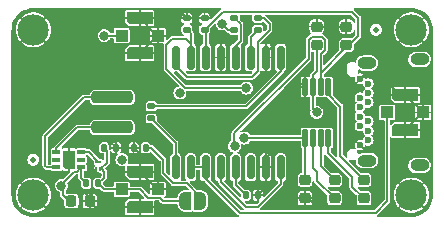
<source format=gbl>
%TF.GenerationSoftware,KiCad,Pcbnew,7.0.1*%
%TF.CreationDate,2023-03-24T10:32:53-04:00*%
%TF.ProjectId,wingbeat_detector,77696e67-6265-4617-945f-646574656374,3.0*%
%TF.SameCoordinates,Original*%
%TF.FileFunction,Copper,L4,Bot*%
%TF.FilePolarity,Positive*%
%FSLAX46Y46*%
G04 Gerber Fmt 4.6, Leading zero omitted, Abs format (unit mm)*
G04 Created by KiCad (PCBNEW 7.0.1) date 2023-03-24 10:32:53*
%MOMM*%
%LPD*%
G01*
G04 APERTURE LIST*
G04 Aperture macros list*
%AMRoundRect*
0 Rectangle with rounded corners*
0 $1 Rounding radius*
0 $2 $3 $4 $5 $6 $7 $8 $9 X,Y pos of 4 corners*
0 Add a 4 corners polygon primitive as box body*
4,1,4,$2,$3,$4,$5,$6,$7,$8,$9,$2,$3,0*
0 Add four circle primitives for the rounded corners*
1,1,$1+$1,$2,$3*
1,1,$1+$1,$4,$5*
1,1,$1+$1,$6,$7*
1,1,$1+$1,$8,$9*
0 Add four rect primitives between the rounded corners*
20,1,$1+$1,$2,$3,$4,$5,0*
20,1,$1+$1,$4,$5,$6,$7,0*
20,1,$1+$1,$6,$7,$8,$9,0*
20,1,$1+$1,$8,$9,$2,$3,0*%
%AMOutline5P*
0 Free polygon, 5 corners , with rotation*
0 The origin of the aperture is its center*
0 number of corners: always 5*
0 $1 to $10 corner X, Y*
0 $11 Rotation angle, in degrees counterclockwise*
0 create outline with 5 corners*
4,1,5,$1,$2,$3,$4,$5,$6,$7,$8,$9,$10,$1,$2,$11*%
%AMOutline6P*
0 Free polygon, 6 corners , with rotation*
0 The origin of the aperture is its center*
0 number of corners: always 6*
0 $1 to $12 corner X, Y*
0 $13 Rotation angle, in degrees counterclockwise*
0 create outline with 6 corners*
4,1,6,$1,$2,$3,$4,$5,$6,$7,$8,$9,$10,$11,$12,$1,$2,$13*%
%AMOutline7P*
0 Free polygon, 7 corners , with rotation*
0 The origin of the aperture is its center*
0 number of corners: always 7*
0 $1 to $14 corner X, Y*
0 $15 Rotation angle, in degrees counterclockwise*
0 create outline with 7 corners*
4,1,7,$1,$2,$3,$4,$5,$6,$7,$8,$9,$10,$11,$12,$13,$14,$1,$2,$15*%
%AMOutline8P*
0 Free polygon, 8 corners , with rotation*
0 The origin of the aperture is its center*
0 number of corners: always 8*
0 $1 to $16 corner X, Y*
0 $17 Rotation angle, in degrees counterclockwise*
0 create outline with 8 corners*
4,1,8,$1,$2,$3,$4,$5,$6,$7,$8,$9,$10,$11,$12,$13,$14,$15,$16,$1,$2,$17*%
%AMFreePoly0*
4,1,19,0.500000,-0.750000,0.000000,-0.750000,0.000000,-0.744911,-0.071157,-0.744911,-0.207708,-0.704816,-0.327430,-0.627875,-0.420627,-0.520320,-0.479746,-0.390866,-0.500000,-0.250000,-0.500000,0.250000,-0.479746,0.390866,-0.420627,0.520320,-0.327430,0.627875,-0.207708,0.704816,-0.071157,0.744911,0.000000,0.744911,0.000000,0.750000,0.500000,0.750000,0.500000,-0.750000,0.500000,-0.750000,
$1*%
%AMFreePoly1*
4,1,19,0.000000,0.744911,0.071157,0.744911,0.207708,0.704816,0.327430,0.627875,0.420627,0.520320,0.479746,0.390866,0.500000,0.250000,0.500000,-0.250000,0.479746,-0.390866,0.420627,-0.520320,0.327430,-0.627875,0.207708,-0.704816,0.071157,-0.744911,0.000000,-0.744911,0.000000,-0.750000,-0.500000,-0.750000,-0.500000,0.750000,0.000000,0.750000,0.000000,0.744911,0.000000,0.744911,
$1*%
G04 Aperture macros list end*
%TA.AperFunction,ComponentPad*%
%ADD10C,2.660000*%
%TD*%
%TA.AperFunction,ComponentPad*%
%ADD11C,0.600000*%
%TD*%
%TA.AperFunction,ComponentPad*%
%ADD12O,1.600000X1.000000*%
%TD*%
%TA.AperFunction,SMDPad,CuDef*%
%ADD13RoundRect,0.140000X0.170000X-0.140000X0.170000X0.140000X-0.170000X0.140000X-0.170000X-0.140000X0*%
%TD*%
%TA.AperFunction,SMDPad,CuDef*%
%ADD14RoundRect,0.225000X-0.225000X-0.250000X0.225000X-0.250000X0.225000X0.250000X-0.225000X0.250000X0*%
%TD*%
%TA.AperFunction,SMDPad,CuDef*%
%ADD15RoundRect,0.135000X0.185000X-0.135000X0.185000X0.135000X-0.185000X0.135000X-0.185000X-0.135000X0*%
%TD*%
%TA.AperFunction,SMDPad,CuDef*%
%ADD16RoundRect,0.225000X0.250000X-0.225000X0.250000X0.225000X-0.250000X0.225000X-0.250000X-0.225000X0*%
%TD*%
%TA.AperFunction,SMDPad,CuDef*%
%ADD17RoundRect,0.135000X-0.135000X-0.185000X0.135000X-0.185000X0.135000X0.185000X-0.135000X0.185000X0*%
%TD*%
%TA.AperFunction,SMDPad,CuDef*%
%ADD18C,0.500000*%
%TD*%
%TA.AperFunction,SMDPad,CuDef*%
%ADD19R,0.650000X0.350000*%
%TD*%
%TA.AperFunction,SMDPad,CuDef*%
%ADD20Outline5P,-0.500000X0.800000X0.500000X0.800000X0.500000X-0.800000X-0.300000X-0.800000X-0.500000X-0.600000X0.000000*%
%TD*%
%TA.AperFunction,SMDPad,CuDef*%
%ADD21R,1.050000X1.000000*%
%TD*%
%TA.AperFunction,SMDPad,CuDef*%
%ADD22Outline5P,-0.525000X1.100000X0.525000X1.100000X0.525000X-0.837500X0.262500X-1.100000X-0.525000X-1.100000X270.000000*%
%TD*%
%TA.AperFunction,SMDPad,CuDef*%
%ADD23Outline5P,-0.525000X1.100000X0.525000X1.100000X0.525000X-1.100000X-0.262500X-1.100000X-0.525000X-0.837500X270.000000*%
%TD*%
%TA.AperFunction,SMDPad,CuDef*%
%ADD24RoundRect,0.135000X0.135000X0.185000X-0.135000X0.185000X-0.135000X-0.185000X0.135000X-0.185000X0*%
%TD*%
%TA.AperFunction,SMDPad,CuDef*%
%ADD25RoundRect,0.250000X-1.500000X-0.250000X1.500000X-0.250000X1.500000X0.250000X-1.500000X0.250000X0*%
%TD*%
%TA.AperFunction,SMDPad,CuDef*%
%ADD26FreePoly0,180.000000*%
%TD*%
%TA.AperFunction,SMDPad,CuDef*%
%ADD27FreePoly1,180.000000*%
%TD*%
%TA.AperFunction,SMDPad,CuDef*%
%ADD28RoundRect,0.028200X0.206800X-0.681800X0.206800X0.681800X-0.206800X0.681800X-0.206800X-0.681800X0*%
%TD*%
%TA.AperFunction,SMDPad,CuDef*%
%ADD29RoundRect,0.150000X0.150000X-0.875000X0.150000X0.875000X-0.150000X0.875000X-0.150000X-0.875000X0*%
%TD*%
%TA.AperFunction,SMDPad,CuDef*%
%ADD30RoundRect,0.140000X-0.170000X0.140000X-0.170000X-0.140000X0.170000X-0.140000X0.170000X0.140000X0*%
%TD*%
%TA.AperFunction,SMDPad,CuDef*%
%ADD31RoundRect,0.225000X-0.250000X0.225000X-0.250000X-0.225000X0.250000X-0.225000X0.250000X0.225000X0*%
%TD*%
%TA.AperFunction,SMDPad,CuDef*%
%ADD32RoundRect,0.030000X-0.045000X-0.095000X0.045000X-0.095000X0.045000X0.095000X-0.045000X0.095000X0*%
%TD*%
%TA.AperFunction,SMDPad,CuDef*%
%ADD33RoundRect,0.050000X-0.200000X-0.075000X0.200000X-0.075000X0.200000X0.075000X-0.200000X0.075000X0*%
%TD*%
%TA.AperFunction,ViaPad*%
%ADD34C,0.800000*%
%TD*%
%TA.AperFunction,Conductor*%
%ADD35C,0.150000*%
%TD*%
%TA.AperFunction,Conductor*%
%ADD36C,0.200000*%
%TD*%
G04 APERTURE END LIST*
D10*
%TO.P,H2,1,1*%
%TO.N,/GND*%
X166000000Y-93000000D03*
%TD*%
D11*
%TO.P,J1,B1,GND*%
%TO.N,/GND*%
X161650000Y-97150000D03*
%TO.P,J1,B2,SSTXP2*%
%TO.N,unconnected-(J1-SSTXP2-PadB2)*%
X162350000Y-97550000D03*
%TO.P,J1,B3,SSTXN2*%
%TO.N,unconnected-(J1-SSTXN2-PadB3)*%
X162350000Y-98350000D03*
%TO.P,J1,B4,VBUS_B*%
%TO.N,/V5+*%
X161650000Y-98750000D03*
%TO.P,J1,B5,CC2*%
%TO.N,unconnected-(J1-CC2-PadB5)*%
X162350000Y-99150000D03*
%TO.P,J1,B6,DP2*%
%TO.N,unconnected-(J1-DP2-PadB6)*%
X161650000Y-99550000D03*
%TO.P,J1,B7,DN2*%
%TO.N,unconnected-(J1-DN2-PadB7)*%
X161650000Y-100350000D03*
%TO.P,J1,B8,SBU2*%
%TO.N,unconnected-(J1-SBU2-PadB8)*%
X162350000Y-100750000D03*
%TO.P,J1,B9,VBUS_B*%
%TO.N,/V5+*%
X161650000Y-101150000D03*
%TO.P,J1,B10,SSRXN1*%
%TO.N,unconnected-(J1-SSRXN1-PadB10)*%
X162350000Y-101550000D03*
%TO.P,J1,B11,SSRXP1*%
%TO.N,unconnected-(J1-SSRXP1-PadB11)*%
X162350000Y-102350000D03*
%TO.P,J1,B12,GND*%
%TO.N,/GND*%
X161650000Y-102750000D03*
D12*
%TO.P,J1,S1,SHIELD*%
%TO.N,unconnected-(J1-SHIELD-PadS1)*%
X162250000Y-104080000D03*
%TO.P,J1,S2,SHIELD*%
%TO.N,unconnected-(J1-SHIELD-PadS2)*%
X162250000Y-95820000D03*
%TO.P,J1,S3,SHIELD*%
%TO.N,unconnected-(J1-SHIELD-PadS3)*%
X166700000Y-104490000D03*
%TO.P,J1,S4,SHIELD*%
%TO.N,unconnected-(J1-SHIELD-PadS4)*%
X166700000Y-95510000D03*
%TD*%
D10*
%TO.P,H4,1,1*%
%TO.N,/GND*%
X134000000Y-107000000D03*
%TD*%
%TO.P,H3,1,1*%
%TO.N,/GND*%
X166000000Y-107000000D03*
%TD*%
%TO.P,H1,1,1*%
%TO.N,/GND*%
X134000000Y-93000000D03*
%TD*%
D13*
%TO.P,C7,1*%
%TO.N,/V10+*%
X148500000Y-92980000D03*
%TO.P,C7,2*%
%TO.N,/GND*%
X148500000Y-92020000D03*
%TD*%
D14*
%TO.P,C13,1*%
%TO.N,/V5+*%
X137225000Y-107500000D03*
%TO.P,C13,2*%
%TO.N,/GND*%
X138775000Y-107500000D03*
%TD*%
D15*
%TO.P,R3,1*%
%TO.N,/filter/HIGHPASS_AMPLIFIED*%
X151000000Y-93010000D03*
%TO.P,R3,2*%
%TO.N,Net-(U3-Vin1)*%
X151000000Y-91990000D03*
%TD*%
D16*
%TO.P,C4,1*%
%TO.N,/V10+*%
X160500000Y-94275000D03*
%TO.P,C4,2*%
%TO.N,/GND*%
X160500000Y-92725000D03*
%TD*%
%TO.P,C5,1*%
%TO.N,/GND*%
X157000000Y-107275000D03*
%TO.P,C5,2*%
%TO.N,/V10-*%
X157000000Y-105725000D03*
%TD*%
%TO.P,C1,1*%
%TO.N,/V5+*%
X158000000Y-94275000D03*
%TO.P,C1,2*%
%TO.N,/GND*%
X158000000Y-92725000D03*
%TD*%
D15*
%TO.P,R6,1*%
%TO.N,Net-(U3-HPVo)*%
X153000000Y-93010000D03*
%TO.P,R6,2*%
%TO.N,Net-(U3-Fadj1)*%
X153000000Y-91990000D03*
%TD*%
D17*
%TO.P,R4,1*%
%TO.N,Net-(U3-Vin2)*%
X151990000Y-107000000D03*
%TO.P,R4,2*%
%TO.N,/GND*%
X153010000Y-107000000D03*
%TD*%
D18*
%TO.P,FID2,*%
%TO.N,*%
X163000000Y-93000000D03*
%TD*%
D19*
%TO.P,U6,1,P1*%
%TO.N,Net-(D2-A)*%
X135950000Y-104650000D03*
%TO.P,U6,2*%
%TO.N,N/C*%
X135950000Y-104000000D03*
%TO.P,U6,3,N1*%
%TO.N,Net-(D2-K)*%
X135950000Y-103350000D03*
%TO.P,U6,4,VB*%
%TO.N,/led/VB*%
X138050000Y-103350000D03*
%TO.P,U6,5*%
%TO.N,N/C*%
X138050000Y-104000000D03*
%TO.P,U6,6,VA*%
%TO.N,/V5+*%
X138050000Y-104650000D03*
D20*
%TO.P,U6,7,EP*%
%TO.N,/GND*%
X137000000Y-104000000D03*
%TD*%
D21*
%TO.P,J3,1,In*%
%TO.N,/photodiode/PHOTODIODE_BUFFERED_SCALED*%
X141475000Y-93500000D03*
D22*
%TO.P,J3,2,Ext*%
%TO.N,/GND*%
X143000000Y-92025000D03*
D21*
X144525000Y-93500000D03*
D23*
X143000000Y-94975000D03*
%TD*%
D24*
%TO.P,R17,1*%
%TO.N,Net-(JP1-A)*%
X143510000Y-103000000D03*
%TO.P,R17,2*%
%TO.N,/GND*%
X142490000Y-103000000D03*
%TD*%
D25*
%TO.P,D2,1,K*%
%TO.N,Net-(D2-K)*%
X140675000Y-101270000D03*
%TO.P,D2,2,A*%
%TO.N,Net-(D2-A)*%
X140675000Y-98730000D03*
%TD*%
D26*
%TO.P,JP1,1,A*%
%TO.N,Net-(JP1-A)*%
X148150000Y-107500000D03*
D27*
%TO.P,JP1,2,B*%
%TO.N,/led/LED_ENABLE*%
X146850000Y-107500000D03*
%TD*%
D28*
%TO.P,U1,1,C1-*%
%TO.N,/power/C1-*%
X158975000Y-102165000D03*
%TO.P,U1,2,C2+*%
%TO.N,/power/C2+*%
X158325000Y-102165000D03*
%TO.P,U1,3,C2-*%
%TO.N,/power/C2-*%
X157675000Y-102165000D03*
%TO.P,U1,4,V-*%
%TO.N,/V10-*%
X157025000Y-102165000D03*
%TO.P,U1,5,GND*%
%TO.N,/GND*%
X157025000Y-97835000D03*
%TO.P,U1,6,IN*%
%TO.N,/V5+*%
X157675000Y-97835000D03*
%TO.P,U1,7,V+*%
%TO.N,/V10+*%
X158325000Y-97835000D03*
%TO.P,U1,8,C1+*%
%TO.N,/power/C1+*%
X158975000Y-97835000D03*
%TD*%
D29*
%TO.P,U3,1,LPVo*%
%TO.N,/filter/LOWPASS*%
X154945000Y-104650000D03*
%TO.P,U3,2,NC1*%
%TO.N,/GND*%
X153675000Y-104650000D03*
%TO.P,U3,3,Vin3*%
%TO.N,unconnected-(U3-Vin3-Pad3)*%
X152405000Y-104650000D03*
%TO.P,U3,4,Vin2*%
%TO.N,Net-(U3-Vin2)*%
X151135000Y-104650000D03*
%TO.P,U3,5,AAin+*%
%TO.N,/filter/LOWPASS*%
X149865000Y-104650000D03*
%TO.P,U3,6,AAin-*%
%TO.N,/filter/BANDPASS_BUFFERED*%
X148595000Y-104650000D03*
%TO.P,U3,7,AAVo*%
X147325000Y-104650000D03*
%TO.P,U3,8,BPVo*%
%TO.N,Net-(U3-BPVo)*%
X146055000Y-104650000D03*
%TO.P,U3,9,Fadj1*%
%TO.N,Net-(U3-Fadj1)*%
X146055000Y-95350000D03*
%TO.P,U3,10,V-*%
%TO.N,/V10-*%
X147325000Y-95350000D03*
%TO.P,U3,11,V+*%
%TO.N,/V10+*%
X148595000Y-95350000D03*
%TO.P,U3,12,GND*%
%TO.N,/GND*%
X149865000Y-95350000D03*
%TO.P,U3,13,Vin1*%
%TO.N,Net-(U3-Vin1)*%
X151135000Y-95350000D03*
%TO.P,U3,14,HPVo*%
%TO.N,Net-(U3-HPVo)*%
X152405000Y-95350000D03*
%TO.P,U3,15,NC2*%
%TO.N,/GND*%
X153675000Y-95350000D03*
%TO.P,U3,16,Fadj2*%
%TO.N,Net-(U3-Fadj2)*%
X154945000Y-95350000D03*
%TD*%
D21*
%TO.P,J4,1,In*%
%TO.N,/led/LED_ENABLE*%
X141475000Y-106500000D03*
D22*
%TO.P,J4,2,Ext*%
%TO.N,/GND*%
X143000000Y-105025000D03*
D21*
X144525000Y-106500000D03*
D23*
X143000000Y-107975000D03*
%TD*%
D21*
%TO.P,J2,1,In*%
%TO.N,/filter/BANDPASS_BUFFERED*%
X163975000Y-100000000D03*
D22*
%TO.P,J2,2,Ext*%
%TO.N,/GND*%
X165500000Y-98525000D03*
D21*
X167025000Y-100000000D03*
D23*
X165500000Y-101475000D03*
%TD*%
D17*
%TO.P,R16,1*%
%TO.N,/led/LED_ENABLE*%
X139990000Y-103000000D03*
%TO.P,R16,2*%
%TO.N,/GND*%
X141010000Y-103000000D03*
%TD*%
%TO.P,R15,1*%
%TO.N,/V5+*%
X138490000Y-106000000D03*
%TO.P,R15,2*%
%TO.N,/led/LED_ENABLE*%
X139510000Y-106000000D03*
%TD*%
D30*
%TO.P,C9,1*%
%TO.N,/GND*%
X147000000Y-92020000D03*
%TO.P,C9,2*%
%TO.N,/V10-*%
X147000000Y-92980000D03*
%TD*%
D15*
%TO.P,R8,1*%
%TO.N,Net-(U3-BPVo)*%
X144000000Y-100510000D03*
%TO.P,R8,2*%
%TO.N,Net-(U3-Fadj2)*%
X144000000Y-99490000D03*
%TD*%
D18*
%TO.P,FID4,*%
%TO.N,*%
X134000000Y-104000000D03*
%TD*%
D31*
%TO.P,C2,1*%
%TO.N,/power/C1+*%
X162000000Y-105725000D03*
%TO.P,C2,2*%
%TO.N,/power/C1-*%
X162000000Y-107275000D03*
%TD*%
D32*
%TO.P,Q1,1,G*%
%TO.N,/led/LED_ENABLE*%
X139675000Y-104825000D03*
%TO.P,Q1,2,S*%
%TO.N,/GND*%
X139325000Y-104825000D03*
D33*
%TO.P,Q1,3,D*%
%TO.N,/led/VB*%
X139500000Y-104175000D03*
%TD*%
D31*
%TO.P,C3,1*%
%TO.N,/power/C2+*%
X159500000Y-105725000D03*
%TO.P,C3,2*%
%TO.N,/power/C2-*%
X159500000Y-107275000D03*
%TD*%
D34*
%TO.N,/GND*%
X144000000Y-96750000D03*
X137280562Y-106475500D03*
X149970000Y-93500000D03*
X137490000Y-97500200D03*
X156296500Y-97574400D03*
X155675000Y-93000000D03*
X146208800Y-91744600D03*
X155071300Y-102994100D03*
X143100000Y-99957500D03*
X142750000Y-93250000D03*
X159250000Y-92725000D03*
%TO.N,/filter/HIGHPASS_AMPLIFIED*%
X150000000Y-92500000D03*
%TO.N,/V5+*%
X158000000Y-100000000D03*
X146408329Y-98341671D03*
X136374500Y-106191589D03*
X141500000Y-104000000D03*
%TO.N,/V10+*%
X151046839Y-102836339D03*
%TO.N,/V10-*%
X151860700Y-102165000D03*
X152039500Y-97932700D03*
%TO.N,/photodiode/PHOTODIODE_BUFFERED_SCALED*%
X140000000Y-93500000D03*
%TD*%
D35*
%TO.N,/GND*%
X137975500Y-106475500D02*
X137280562Y-106475500D01*
X141000000Y-103000000D02*
X140455000Y-102455000D01*
X144475000Y-93500000D02*
X143000000Y-92025000D01*
X142490000Y-102510000D02*
X142490000Y-103000000D01*
X146724600Y-91744600D02*
X147000000Y-92020000D01*
X149865000Y-95350000D02*
X149865000Y-93605500D01*
X141010000Y-103000000D02*
X142490000Y-103000000D01*
X156296500Y-97574400D02*
X156764400Y-97574400D01*
X143000000Y-102000000D02*
X143000000Y-100057500D01*
X165500000Y-101475000D02*
X166975000Y-100000000D01*
X149865000Y-93605500D02*
X149970000Y-93500000D01*
X144475000Y-106500000D02*
X143000000Y-105025000D01*
X139325000Y-104825000D02*
X139000000Y-105150000D01*
X140455000Y-102455000D02*
X137545000Y-102455000D01*
X138775000Y-107275000D02*
X137975500Y-106475500D01*
X137545000Y-102455000D02*
X137000000Y-103000000D01*
X143000000Y-102000000D02*
X142490000Y-102510000D01*
X143849700Y-93500000D02*
X144475000Y-93500000D01*
X162500000Y-108000000D02*
X163500000Y-107000000D01*
X158000000Y-108000000D02*
X162500000Y-108000000D01*
X163000000Y-99500000D02*
X163975000Y-98525000D01*
X138775000Y-107500000D02*
X139250000Y-107975000D01*
X163500000Y-97000000D02*
X165025000Y-98525000D01*
X163975000Y-98525000D02*
X165500000Y-98525000D01*
X139250000Y-107975000D02*
X143000000Y-107975000D01*
X139000000Y-105150000D02*
X139000000Y-107275000D01*
X143599700Y-93250000D02*
X143849700Y-93500000D01*
X166975000Y-100000000D02*
X165500000Y-98525000D01*
X153675000Y-106335000D02*
X153010000Y-107000000D01*
X163500000Y-101000000D02*
X163000000Y-100500000D01*
X143000000Y-103510000D02*
X142490000Y-103000000D01*
X142750000Y-93250000D02*
X143599700Y-93250000D01*
X163000000Y-100500000D02*
X163000000Y-99500000D01*
X137000000Y-103000000D02*
X137000000Y-104000000D01*
X143000000Y-94975000D02*
X144475000Y-93500000D01*
X159250000Y-92725000D02*
X160500000Y-92725000D01*
X161800000Y-97000000D02*
X163500000Y-97000000D01*
X156764400Y-97574400D02*
X157025000Y-97835000D01*
X143000000Y-105025000D02*
X143000000Y-103510000D01*
X147000000Y-92020000D02*
X148500000Y-92020000D01*
X155071300Y-102994100D02*
X154505900Y-102994100D01*
X163500000Y-107000000D02*
X163500000Y-101000000D01*
X146208800Y-91744600D02*
X146724600Y-91744600D01*
X154505900Y-102994100D02*
X153675000Y-103825000D01*
X153675000Y-104650000D02*
X153675000Y-106335000D01*
X158000000Y-92725000D02*
X159250000Y-92725000D01*
X155675000Y-93000000D02*
X153675000Y-95000000D01*
X143000000Y-100057500D02*
X143100000Y-99957500D01*
X157275000Y-107275000D02*
X158000000Y-108000000D01*
D36*
%TO.N,/power/C1+*%
X160000000Y-103725000D02*
X162000000Y-105725000D01*
X160000000Y-99500000D02*
X160000000Y-103725000D01*
X158975000Y-97835000D02*
X158975000Y-98475000D01*
X158975000Y-98475000D02*
X160000000Y-99500000D01*
%TO.N,/power/C1-*%
X161000000Y-106275000D02*
X162000000Y-107275000D01*
X161000000Y-105500000D02*
X161000000Y-106275000D01*
X158975000Y-103475000D02*
X161000000Y-105500000D01*
X158975000Y-102165000D02*
X158975000Y-103475000D01*
%TO.N,/power/C2+*%
X158350000Y-104575000D02*
X159500000Y-105725000D01*
X158350000Y-102190000D02*
X158350000Y-104575000D01*
%TO.N,/power/C2-*%
X158000000Y-105000000D02*
X158000000Y-105775000D01*
X157675000Y-104675000D02*
X158000000Y-105000000D01*
X157675000Y-102165000D02*
X157675000Y-104675000D01*
X158000000Y-105775000D02*
X159500000Y-107275000D01*
D35*
%TO.N,Net-(D2-K)*%
X135950000Y-103050000D02*
X137730000Y-101270000D01*
X137730000Y-101270000D02*
X140675000Y-101270000D01*
X135950000Y-103350000D02*
X135950000Y-103050000D01*
%TO.N,Net-(D2-A)*%
X138270000Y-98730000D02*
X139620000Y-98730000D01*
X135150000Y-104650000D02*
X135000000Y-104500000D01*
X135000000Y-102000000D02*
X138270000Y-98730000D01*
X135000000Y-104500000D02*
X135000000Y-102000000D01*
X135950000Y-104650000D02*
X135150000Y-104650000D01*
%TO.N,/filter/BANDPASS_BUFFERED*%
X163000000Y-108500000D02*
X163975000Y-107525000D01*
X147325000Y-104650000D02*
X148595000Y-104650000D01*
X163975000Y-107525000D02*
X163975000Y-100000000D01*
X151500000Y-108500000D02*
X163000000Y-108500000D01*
X148595000Y-105595000D02*
X151500000Y-108500000D01*
%TO.N,/filter/HIGHPASS_AMPLIFIED*%
X150510000Y-93010000D02*
X151000000Y-93010000D01*
X150000000Y-92500000D02*
X150510000Y-93010000D01*
%TO.N,Net-(U3-Vin1)*%
X151545000Y-92535000D02*
X151000000Y-91990000D01*
X151135000Y-94365000D02*
X151545000Y-93955000D01*
X151135000Y-95350000D02*
X151135000Y-94365000D01*
X151545000Y-93955000D02*
X151545000Y-92535000D01*
%TO.N,Net-(U3-Vin2)*%
X151135000Y-106145000D02*
X151990000Y-107000000D01*
X151135000Y-104650000D02*
X151135000Y-106145000D01*
%TO.N,Net-(U3-HPVo)*%
X152405000Y-95350000D02*
X152405000Y-93605000D01*
X152405000Y-93605000D02*
X153000000Y-93010000D01*
%TO.N,Net-(U3-Fadj1)*%
X153000000Y-91990000D02*
X153490000Y-91990000D01*
X153000000Y-96500000D02*
X152500000Y-97000000D01*
X147000000Y-97000000D02*
X146055000Y-96055000D01*
X152500000Y-97000000D02*
X147000000Y-97000000D01*
X153490000Y-91990000D02*
X154000000Y-92500000D01*
X154000000Y-92500000D02*
X154000000Y-93000000D01*
X153000000Y-94000000D02*
X153000000Y-96500000D01*
X154000000Y-93000000D02*
X153000000Y-94000000D01*
%TO.N,Net-(U3-BPVo)*%
X146055000Y-104650000D02*
X146055000Y-102565000D01*
X146055000Y-102565000D02*
X144000000Y-100510000D01*
%TO.N,Net-(U3-Fadj2)*%
X155000000Y-96500000D02*
X155000000Y-95405000D01*
X152010000Y-99490000D02*
X155000000Y-96500000D01*
X144000000Y-99490000D02*
X152010000Y-99490000D01*
%TO.N,/led/VB*%
X138675000Y-103350000D02*
X139500000Y-104175000D01*
X138050000Y-103350000D02*
X138675000Y-103350000D01*
%TO.N,/V5+*%
X138050000Y-105560000D02*
X138490000Y-106000000D01*
X158000000Y-96500000D02*
X158000000Y-94275000D01*
X136374500Y-106191589D02*
X136374500Y-106125500D01*
X137675000Y-105025000D02*
X138050000Y-104650000D01*
X157675000Y-96825000D02*
X158000000Y-96500000D01*
X157675000Y-97835000D02*
X157675000Y-99675000D01*
X137000000Y-107500000D02*
X136500000Y-107000000D01*
X157675000Y-97835000D02*
X157675000Y-96825000D01*
X137475000Y-105025000D02*
X137675000Y-105025000D01*
X136500000Y-106317089D02*
X136374500Y-106191589D01*
X157675000Y-99675000D02*
X158000000Y-100000000D01*
X136500000Y-107000000D02*
X136500000Y-106317089D01*
X136374500Y-106125500D02*
X137475000Y-105025000D01*
X138050000Y-104650000D02*
X138050000Y-105560000D01*
%TO.N,/V10+*%
X151046839Y-102836339D02*
X151000000Y-102789500D01*
D36*
X161500000Y-93500000D02*
X160725000Y-94275000D01*
D35*
X158700000Y-94686396D02*
X158325000Y-95061396D01*
X151000000Y-101775100D02*
X157300000Y-95475100D01*
X157300000Y-95475100D02*
X157300000Y-93863604D01*
D36*
X158325000Y-96675000D02*
X160500000Y-94500000D01*
D35*
X158436396Y-93600000D02*
X158700000Y-93863604D01*
X157563604Y-93600000D02*
X158436396Y-93600000D01*
X158325000Y-95061396D02*
X158325000Y-97835000D01*
D36*
X148520000Y-92980000D02*
X150030000Y-91470000D01*
X160970000Y-91470000D02*
X161500000Y-92000000D01*
D35*
X151000000Y-102789500D02*
X151000000Y-101775100D01*
D36*
X158325000Y-97835000D02*
X158325000Y-96675000D01*
X161500000Y-92000000D02*
X161500000Y-93500000D01*
D35*
X157300000Y-93863604D02*
X157563604Y-93600000D01*
X158700000Y-93863604D02*
X158700000Y-94686396D01*
D36*
X148595000Y-95350000D02*
X148595000Y-93075000D01*
X150030000Y-91470000D02*
X160970000Y-91470000D01*
%TO.N,/V10-*%
X157025000Y-102165000D02*
X157025000Y-105700000D01*
D35*
X146901000Y-93750000D02*
X145750000Y-93750000D01*
X157025000Y-102165000D02*
X151860700Y-102165000D01*
X145250000Y-94250000D02*
X145250000Y-96300165D01*
X147325000Y-94174000D02*
X146901000Y-93750000D01*
D36*
X147325000Y-95350000D02*
X147325000Y-94174000D01*
X147325000Y-93305000D02*
X147000000Y-92980000D01*
D35*
X146882535Y-97932700D02*
X152039500Y-97932700D01*
D36*
X147325000Y-94174000D02*
X147325000Y-93305000D01*
D35*
X145750000Y-93750000D02*
X145250000Y-94250000D01*
X145250000Y-96300165D02*
X146882535Y-97932700D01*
%TO.N,/filter/LOWPASS*%
X149865000Y-105865000D02*
X152000000Y-108000000D01*
X152000000Y-108000000D02*
X153000000Y-108000000D01*
X149865000Y-104650000D02*
X149865000Y-105865000D01*
X154945000Y-106055000D02*
X154945000Y-104650000D01*
X153000000Y-108000000D02*
X154945000Y-106055000D01*
%TO.N,/led/LED_ENABLE*%
X140010000Y-106500000D02*
X141475000Y-106500000D01*
X139675000Y-104825000D02*
X140250000Y-104250000D01*
X140000000Y-105000000D02*
X140000000Y-105510000D01*
X139675000Y-104825000D02*
X139825000Y-104825000D01*
X139510000Y-106000000D02*
X140010000Y-106500000D01*
X143725000Y-107225000D02*
X143000000Y-106500000D01*
X145000000Y-107500000D02*
X144725000Y-107225000D01*
X146850000Y-107500000D02*
X145000000Y-107500000D01*
X144725000Y-107225000D02*
X143725000Y-107225000D01*
X139825000Y-104825000D02*
X140000000Y-105000000D01*
X140250000Y-104250000D02*
X140250000Y-103260000D01*
X143000000Y-106500000D02*
X141475000Y-106500000D01*
X140250000Y-103260000D02*
X140025000Y-103035000D01*
X140000000Y-105510000D02*
X139510000Y-106000000D01*
%TO.N,/photodiode/PHOTODIODE_BUFFERED_SCALED*%
X140000000Y-93500000D02*
X141475000Y-93500000D01*
%TO.N,Net-(JP1-A)*%
X144000000Y-103000000D02*
X145000000Y-104000000D01*
X145850000Y-106000000D02*
X147000000Y-106000000D01*
X145000000Y-104000000D02*
X145000000Y-105150000D01*
X143510000Y-103000000D02*
X144000000Y-103000000D01*
X145000000Y-105150000D02*
X145850000Y-106000000D01*
X147000000Y-106000000D02*
X148150000Y-107150000D01*
%TD*%
%TA.AperFunction,Conductor*%
%TO.N,/GND*%
G36*
X166002410Y-91150657D02*
G01*
X166236572Y-91166006D01*
X166246168Y-91167270D01*
X166473925Y-91212573D01*
X166483274Y-91215077D01*
X166703183Y-91289727D01*
X166712120Y-91293429D01*
X166920409Y-91396145D01*
X166928774Y-91400975D01*
X167121875Y-91530001D01*
X167129545Y-91535886D01*
X167157466Y-91560372D01*
X167304147Y-91689008D01*
X167310991Y-91695852D01*
X167464109Y-91870449D01*
X167470000Y-91878126D01*
X167567920Y-92024674D01*
X167599019Y-92071216D01*
X167603856Y-92079595D01*
X167631485Y-92135619D01*
X167706569Y-92287876D01*
X167710273Y-92296818D01*
X167784921Y-92516723D01*
X167787426Y-92526074D01*
X167832729Y-92753831D01*
X167833993Y-92763427D01*
X167849342Y-92997589D01*
X167849500Y-93002429D01*
X167849500Y-106997571D01*
X167849342Y-107002410D01*
X167848911Y-107008983D01*
X167833993Y-107236572D01*
X167832729Y-107246168D01*
X167787426Y-107473925D01*
X167784921Y-107483276D01*
X167710273Y-107703181D01*
X167706569Y-107712123D01*
X167603859Y-107920400D01*
X167599019Y-107928783D01*
X167470002Y-108121870D01*
X167464109Y-108129550D01*
X167310991Y-108304147D01*
X167304147Y-108310991D01*
X167129550Y-108464109D01*
X167121870Y-108470002D01*
X166928783Y-108599019D01*
X166920400Y-108603859D01*
X166712123Y-108706569D01*
X166703181Y-108710273D01*
X166483276Y-108784921D01*
X166473925Y-108787426D01*
X166246168Y-108832729D01*
X166236572Y-108833993D01*
X166002411Y-108849342D01*
X165997571Y-108849500D01*
X163130348Y-108849500D01*
X163086853Y-108835368D01*
X163059971Y-108798370D01*
X163059969Y-108752637D01*
X163086848Y-108715636D01*
X163100640Y-108705614D01*
X163117624Y-108696392D01*
X163118822Y-108695932D01*
X163125560Y-108693346D01*
X163142793Y-108676112D01*
X163151616Y-108668577D01*
X163171323Y-108654260D01*
X163175572Y-108646898D01*
X163187329Y-108631575D01*
X163717865Y-108101038D01*
X165005026Y-108101038D01*
X165187746Y-108243254D01*
X165403454Y-108359989D01*
X165635432Y-108439627D01*
X165877366Y-108480000D01*
X166122634Y-108480000D01*
X166364567Y-108439627D01*
X166596545Y-108359989D01*
X166812257Y-108243252D01*
X166994972Y-108101039D01*
X166994973Y-108101039D01*
X166000000Y-107106066D01*
X165005026Y-108101038D01*
X163717865Y-108101038D01*
X164128915Y-107689988D01*
X164131687Y-107687357D01*
X164161509Y-107660507D01*
X164171421Y-107638240D01*
X164176957Y-107628047D01*
X164190225Y-107607618D01*
X164191554Y-107599221D01*
X164197040Y-107580701D01*
X164200500Y-107572932D01*
X164200500Y-107548573D01*
X164201411Y-107536996D01*
X164205222Y-107512933D01*
X164203022Y-107504722D01*
X164200500Y-107485569D01*
X164200500Y-107000000D01*
X164514927Y-107000000D01*
X164535181Y-107244431D01*
X164595394Y-107482206D01*
X164693917Y-107706816D01*
X164828069Y-107912150D01*
X164901747Y-107992184D01*
X164901748Y-107992185D01*
X165893934Y-107000000D01*
X166106066Y-107000000D01*
X167098251Y-107992185D01*
X167098251Y-107992184D01*
X167171930Y-107912150D01*
X167306082Y-107706816D01*
X167404605Y-107482206D01*
X167464818Y-107244431D01*
X167485072Y-107000000D01*
X167464818Y-106755568D01*
X167404605Y-106517793D01*
X167306082Y-106293183D01*
X167171930Y-106087849D01*
X167098251Y-106007814D01*
X166106066Y-107000000D01*
X165893934Y-107000000D01*
X164901748Y-106007814D01*
X164901747Y-106007814D01*
X164828069Y-106087849D01*
X164693917Y-106293183D01*
X164595394Y-106517793D01*
X164535181Y-106755568D01*
X164514927Y-107000000D01*
X164200500Y-107000000D01*
X164200500Y-105898959D01*
X165005025Y-105898959D01*
X165999999Y-106893933D01*
X166994973Y-105898959D01*
X166812256Y-105756747D01*
X166596545Y-105640010D01*
X166364567Y-105560372D01*
X166122634Y-105520000D01*
X165877366Y-105520000D01*
X165635432Y-105560372D01*
X165403454Y-105640010D01*
X165187743Y-105756747D01*
X165005025Y-105898959D01*
X164200500Y-105898959D01*
X164200500Y-104448828D01*
X165745623Y-104448828D01*
X165755944Y-104612860D01*
X165806732Y-104769171D01*
X165893714Y-104906233D01*
X165894798Y-104907940D01*
X166014607Y-105020448D01*
X166158632Y-105099627D01*
X166317823Y-105140500D01*
X167040925Y-105140500D01*
X167040929Y-105140500D01*
X167163058Y-105125071D01*
X167177765Y-105119248D01*
X167315871Y-105064568D01*
X167448837Y-104967963D01*
X167553600Y-104841326D01*
X167623579Y-104692613D01*
X167649265Y-104557962D01*
X167654376Y-104531171D01*
X167651211Y-104480862D01*
X167644056Y-104367140D01*
X167593268Y-104210829D01*
X167505202Y-104072060D01*
X167391564Y-103965347D01*
X167385392Y-103959551D01*
X167241366Y-103880372D01*
X167082177Y-103839500D01*
X166359075Y-103839500D01*
X166359071Y-103839500D01*
X166236941Y-103854928D01*
X166084129Y-103915431D01*
X165951163Y-104012037D01*
X165846400Y-104138673D01*
X165776420Y-104287387D01*
X165745623Y-104448828D01*
X164200500Y-104448828D01*
X164200500Y-102185546D01*
X164211028Y-102147503D01*
X164239616Y-102120284D01*
X164278130Y-102111635D01*
X164315612Y-102124017D01*
X164341473Y-102141296D01*
X164385226Y-102150000D01*
X165425000Y-102150000D01*
X165425000Y-101550000D01*
X165575000Y-101550000D01*
X165575000Y-102149999D01*
X166614777Y-102149999D01*
X166658526Y-102141297D01*
X166708143Y-102108144D01*
X166741296Y-102058526D01*
X166750000Y-102014774D01*
X166750000Y-101550000D01*
X165575000Y-101550000D01*
X165425000Y-101550000D01*
X165425000Y-100800001D01*
X164647722Y-100800001D01*
X164603973Y-100808702D01*
X164566881Y-100833486D01*
X164326826Y-101073541D01*
X164288937Y-101093793D01*
X164246181Y-101089582D01*
X164212971Y-101062327D01*
X164200500Y-101021215D01*
X164200500Y-100800000D01*
X165575000Y-100800000D01*
X165575000Y-101400000D01*
X166749999Y-101400000D01*
X166749999Y-100935223D01*
X166741297Y-100891473D01*
X166708144Y-100841856D01*
X166658526Y-100808703D01*
X166614774Y-100800000D01*
X165575000Y-100800000D01*
X164200500Y-100800000D01*
X164200500Y-100724500D01*
X164210414Y-100687500D01*
X164237500Y-100660414D01*
X164274500Y-100650500D01*
X164514819Y-100650500D01*
X164514820Y-100650500D01*
X164558722Y-100641767D01*
X164608504Y-100608504D01*
X164641767Y-100558722D01*
X164650500Y-100514820D01*
X164650500Y-100075000D01*
X166350001Y-100075000D01*
X166350001Y-100514777D01*
X166358702Y-100558526D01*
X166391855Y-100608143D01*
X166441473Y-100641296D01*
X166485226Y-100650000D01*
X166950000Y-100650000D01*
X166950000Y-100075000D01*
X167100000Y-100075000D01*
X167100000Y-100649999D01*
X167564777Y-100649999D01*
X167608526Y-100641297D01*
X167658143Y-100608144D01*
X167691296Y-100558526D01*
X167700000Y-100514774D01*
X167700000Y-100075000D01*
X167100000Y-100075000D01*
X166950000Y-100075000D01*
X166350001Y-100075000D01*
X164650500Y-100075000D01*
X164650500Y-99925000D01*
X166350000Y-99925000D01*
X166950000Y-99925000D01*
X166950000Y-99350001D01*
X166485223Y-99350001D01*
X166441473Y-99358702D01*
X166391856Y-99391855D01*
X166358703Y-99441473D01*
X166350000Y-99485226D01*
X166350000Y-99925000D01*
X164650500Y-99925000D01*
X164650500Y-99485180D01*
X164641767Y-99441278D01*
X164608504Y-99391496D01*
X164558722Y-99358233D01*
X164517334Y-99350000D01*
X167100000Y-99350000D01*
X167100000Y-99925000D01*
X167699999Y-99925000D01*
X167699999Y-99485223D01*
X167691297Y-99441473D01*
X167658144Y-99391856D01*
X167608526Y-99358703D01*
X167564774Y-99350000D01*
X167100000Y-99350000D01*
X164517334Y-99350000D01*
X164514820Y-99349500D01*
X163435180Y-99349500D01*
X163391278Y-99358233D01*
X163341496Y-99391496D01*
X163308233Y-99441278D01*
X163299500Y-99485180D01*
X163299500Y-100514820D01*
X163308233Y-100558722D01*
X163341496Y-100608504D01*
X163391278Y-100641767D01*
X163435180Y-100650500D01*
X163675500Y-100650500D01*
X163712500Y-100660414D01*
X163739586Y-100687500D01*
X163749500Y-100724500D01*
X163749500Y-107400943D01*
X163743867Y-107429262D01*
X163727826Y-107453269D01*
X162928269Y-108252826D01*
X162904262Y-108268867D01*
X162875943Y-108274500D01*
X153230075Y-108274500D01*
X153182510Y-108257189D01*
X153157200Y-108213354D01*
X153165986Y-108163505D01*
X153171323Y-108154260D01*
X153175573Y-108146897D01*
X153187329Y-108131575D01*
X153968904Y-107350000D01*
X156375000Y-107350000D01*
X156375000Y-107535588D01*
X156385619Y-107608480D01*
X156440587Y-107720916D01*
X156529083Y-107809412D01*
X156641519Y-107864380D01*
X156714412Y-107875000D01*
X156925000Y-107875000D01*
X156925000Y-107350000D01*
X157075000Y-107350000D01*
X157075000Y-107875000D01*
X157285588Y-107875000D01*
X157358480Y-107864380D01*
X157470916Y-107809412D01*
X157559412Y-107720916D01*
X157614380Y-107608480D01*
X157625000Y-107535588D01*
X157625000Y-107350000D01*
X157075000Y-107350000D01*
X156925000Y-107350000D01*
X156375000Y-107350000D01*
X153968904Y-107350000D01*
X154118904Y-107200000D01*
X156375000Y-107200000D01*
X156925000Y-107200000D01*
X156925000Y-106675000D01*
X157075000Y-106675000D01*
X157075000Y-107200000D01*
X157625000Y-107200000D01*
X157625000Y-107014412D01*
X157614380Y-106941519D01*
X157559412Y-106829083D01*
X157470916Y-106740587D01*
X157358480Y-106685619D01*
X157285588Y-106675000D01*
X157075000Y-106675000D01*
X156925000Y-106675000D01*
X156714412Y-106675000D01*
X156641519Y-106685619D01*
X156529083Y-106740587D01*
X156440587Y-106829083D01*
X156385619Y-106941519D01*
X156375000Y-107014412D01*
X156375000Y-107200000D01*
X154118904Y-107200000D01*
X155098924Y-106219979D01*
X155101695Y-106217350D01*
X155131509Y-106190507D01*
X155141421Y-106168240D01*
X155146957Y-106158047D01*
X155160225Y-106137618D01*
X155161554Y-106129221D01*
X155167040Y-106110701D01*
X155170500Y-106102932D01*
X155170500Y-106078573D01*
X155171411Y-106066996D01*
X155172737Y-106058624D01*
X155175222Y-106042935D01*
X155175221Y-106042934D01*
X155175222Y-106042933D01*
X155173022Y-106034722D01*
X155170500Y-106015569D01*
X155170500Y-105868371D01*
X155182501Y-105827972D01*
X155214609Y-105800676D01*
X155267765Y-105777206D01*
X155347206Y-105697765D01*
X155392585Y-105594991D01*
X155395500Y-105569865D01*
X155395499Y-103730136D01*
X155394903Y-103725000D01*
X155392871Y-103707478D01*
X155392585Y-103705009D01*
X155347206Y-103602235D01*
X155267765Y-103522794D01*
X155215009Y-103499500D01*
X155164990Y-103477414D01*
X155139865Y-103474500D01*
X154750134Y-103474500D01*
X154725010Y-103477414D01*
X154622235Y-103522794D01*
X154542794Y-103602235D01*
X154497414Y-103705009D01*
X154494500Y-103730134D01*
X154494500Y-105569865D01*
X154497414Y-105594989D01*
X154497415Y-105594991D01*
X154542794Y-105697765D01*
X154622235Y-105777206D01*
X154675390Y-105800676D01*
X154707499Y-105827972D01*
X154719500Y-105868371D01*
X154719500Y-105930943D01*
X154713867Y-105959262D01*
X154697826Y-105983269D01*
X153556326Y-107124768D01*
X153518437Y-107145020D01*
X153475681Y-107140809D01*
X153442471Y-107113554D01*
X153431113Y-107076113D01*
X153430000Y-107075000D01*
X153085000Y-107075000D01*
X153085000Y-107470000D01*
X153095721Y-107480721D01*
X153114873Y-107513894D01*
X153114874Y-107552199D01*
X153095721Y-107585373D01*
X152928269Y-107752826D01*
X152904262Y-107768867D01*
X152875943Y-107774500D01*
X152124058Y-107774500D01*
X152095739Y-107768867D01*
X152071732Y-107752826D01*
X151915731Y-107596825D01*
X151895479Y-107558936D01*
X151899690Y-107516180D01*
X151926945Y-107482970D01*
X151968055Y-107470499D01*
X152167622Y-107470499D01*
X152167624Y-107470499D01*
X152179559Y-107469114D01*
X152191498Y-107467730D01*
X152289141Y-107424616D01*
X152364616Y-107349141D01*
X152407730Y-107251498D01*
X152410500Y-107227623D01*
X152410499Y-107075000D01*
X152590000Y-107075000D01*
X152590000Y-107227557D01*
X152592763Y-107251379D01*
X152635804Y-107348855D01*
X152711144Y-107424195D01*
X152808620Y-107467236D01*
X152832443Y-107470000D01*
X152935000Y-107470000D01*
X152935000Y-107075000D01*
X152590000Y-107075000D01*
X152410499Y-107075000D01*
X152410499Y-106925000D01*
X152590000Y-106925000D01*
X152935000Y-106925000D01*
X152935000Y-106530000D01*
X153085000Y-106530000D01*
X153085000Y-106925000D01*
X153430000Y-106925000D01*
X153430000Y-106772443D01*
X153427236Y-106748620D01*
X153384195Y-106651144D01*
X153308855Y-106575804D01*
X153211379Y-106532763D01*
X153187557Y-106530000D01*
X153085000Y-106530000D01*
X152935000Y-106530000D01*
X152832443Y-106530000D01*
X152808620Y-106532763D01*
X152711144Y-106575804D01*
X152635804Y-106651144D01*
X152592763Y-106748620D01*
X152590000Y-106772443D01*
X152590000Y-106925000D01*
X152410499Y-106925000D01*
X152410499Y-106772378D01*
X152407730Y-106748502D01*
X152364616Y-106650859D01*
X152289141Y-106575384D01*
X152191498Y-106532270D01*
X152191496Y-106532269D01*
X152167623Y-106529500D01*
X151869057Y-106529500D01*
X151840738Y-106523867D01*
X151816731Y-106507826D01*
X151382174Y-106073269D01*
X151366133Y-106049262D01*
X151360500Y-106020943D01*
X151360500Y-105868371D01*
X151372501Y-105827972D01*
X151404609Y-105800676D01*
X151457765Y-105777206D01*
X151537206Y-105697765D01*
X151582585Y-105594991D01*
X151585500Y-105569865D01*
X151954500Y-105569865D01*
X151957414Y-105594989D01*
X151957415Y-105594991D01*
X152002794Y-105697765D01*
X152082235Y-105777206D01*
X152185009Y-105822585D01*
X152210135Y-105825500D01*
X152599864Y-105825499D01*
X152599865Y-105825499D01*
X152608239Y-105824527D01*
X152624991Y-105822585D01*
X152727765Y-105777206D01*
X152807206Y-105697765D01*
X152852585Y-105594991D01*
X152855500Y-105569865D01*
X152855499Y-104725000D01*
X153225001Y-104725000D01*
X153225001Y-105569793D01*
X153227909Y-105594873D01*
X153273213Y-105697477D01*
X153352522Y-105776786D01*
X153455125Y-105822090D01*
X153480207Y-105825000D01*
X153600000Y-105825000D01*
X153600000Y-104725000D01*
X153750000Y-104725000D01*
X153750000Y-105824999D01*
X153869793Y-105824999D01*
X153894873Y-105822090D01*
X153997477Y-105776786D01*
X154076786Y-105697477D01*
X154122090Y-105594874D01*
X154125000Y-105569793D01*
X154125000Y-104725000D01*
X153750000Y-104725000D01*
X153600000Y-104725000D01*
X153225001Y-104725000D01*
X152855499Y-104725000D01*
X152855499Y-104575000D01*
X153225000Y-104575000D01*
X153600000Y-104575000D01*
X153600000Y-103475001D01*
X153480207Y-103475001D01*
X153455126Y-103477909D01*
X153352522Y-103523213D01*
X153273213Y-103602522D01*
X153227909Y-103705125D01*
X153225000Y-103730207D01*
X153225000Y-104575000D01*
X152855499Y-104575000D01*
X152855499Y-103730136D01*
X152854903Y-103725000D01*
X152852871Y-103707478D01*
X152852585Y-103705009D01*
X152807206Y-103602235D01*
X152727765Y-103522794D01*
X152675009Y-103499500D01*
X152624990Y-103477414D01*
X152604176Y-103475000D01*
X153750000Y-103475000D01*
X153750000Y-104575000D01*
X154124999Y-104575000D01*
X154124999Y-103730207D01*
X154122090Y-103705126D01*
X154076786Y-103602522D01*
X153997477Y-103523213D01*
X153894874Y-103477909D01*
X153869793Y-103475000D01*
X153750000Y-103475000D01*
X152604176Y-103475000D01*
X152599865Y-103474500D01*
X152210134Y-103474500D01*
X152185010Y-103477414D01*
X152082235Y-103522794D01*
X152002794Y-103602235D01*
X151957414Y-103705009D01*
X151954500Y-103730134D01*
X151954500Y-105569865D01*
X151585500Y-105569865D01*
X151585499Y-103730136D01*
X151584903Y-103725000D01*
X151582871Y-103707478D01*
X151582585Y-103705009D01*
X151537206Y-103602235D01*
X151457765Y-103522794D01*
X151405009Y-103499500D01*
X151354990Y-103477414D01*
X151329866Y-103474500D01*
X151316730Y-103474500D01*
X151269785Y-103457703D01*
X151244152Y-103414936D01*
X151251468Y-103365616D01*
X151288412Y-103332133D01*
X151306813Y-103324511D01*
X151324464Y-103317200D01*
X151439460Y-103228960D01*
X151527700Y-103113964D01*
X151583169Y-102980048D01*
X151602089Y-102836339D01*
X151593391Y-102770276D01*
X151598390Y-102732303D01*
X151621709Y-102701913D01*
X151657098Y-102687253D01*
X151695076Y-102692253D01*
X151709855Y-102698374D01*
X151716991Y-102701330D01*
X151860700Y-102720250D01*
X152004409Y-102701330D01*
X152138325Y-102645861D01*
X152253321Y-102557621D01*
X152341561Y-102442625D01*
X152344229Y-102436182D01*
X152371485Y-102402971D01*
X152412597Y-102390500D01*
X156565501Y-102390500D01*
X156602501Y-102400414D01*
X156629587Y-102427500D01*
X156639501Y-102464500D01*
X156639501Y-102864402D01*
X156649867Y-102916523D01*
X156649867Y-102916524D01*
X156649868Y-102916525D01*
X156689364Y-102975636D01*
X156741612Y-103010546D01*
X156765762Y-103037191D01*
X156774500Y-103072075D01*
X156774500Y-105051739D01*
X156766295Y-105085607D01*
X156743499Y-105111964D01*
X156711169Y-105124965D01*
X156692521Y-105127682D01*
X156641375Y-105135133D01*
X156528789Y-105190173D01*
X156440173Y-105278789D01*
X156385133Y-105391375D01*
X156374500Y-105464364D01*
X156374500Y-105985636D01*
X156385133Y-106058624D01*
X156440173Y-106171210D01*
X156440174Y-106171211D01*
X156528789Y-106259826D01*
X156641375Y-106314866D01*
X156714364Y-106325500D01*
X157285636Y-106325500D01*
X157358625Y-106314866D01*
X157471211Y-106259826D01*
X157559826Y-106171211D01*
X157614866Y-106058625D01*
X157625500Y-105985636D01*
X157625500Y-105909355D01*
X157640063Y-105865273D01*
X157678019Y-105838541D01*
X157724430Y-105839681D01*
X157761029Y-105868243D01*
X157764033Y-105872740D01*
X157764034Y-105872741D01*
X157769286Y-105880601D01*
X157819399Y-105955601D01*
X157834258Y-105965529D01*
X157845472Y-105974732D01*
X158852826Y-106982086D01*
X158868867Y-107006093D01*
X158874500Y-107034412D01*
X158874500Y-107535636D01*
X158885133Y-107608624D01*
X158940173Y-107721210D01*
X158940174Y-107721210D01*
X158940174Y-107721211D01*
X159028789Y-107809826D01*
X159141375Y-107864866D01*
X159214364Y-107875500D01*
X159785636Y-107875500D01*
X159858625Y-107864866D01*
X159971211Y-107809826D01*
X160059826Y-107721211D01*
X160114866Y-107608625D01*
X160125500Y-107535636D01*
X160125500Y-107014364D01*
X160114866Y-106941375D01*
X160059826Y-106828789D01*
X159971211Y-106740174D01*
X159971210Y-106740173D01*
X159858624Y-106685133D01*
X159785636Y-106674500D01*
X159284412Y-106674500D01*
X159256093Y-106668867D01*
X159232086Y-106652826D01*
X158971217Y-106391957D01*
X158951379Y-106356012D01*
X158953754Y-106315025D01*
X158977610Y-106281612D01*
X159015605Y-106266058D01*
X159056043Y-106273149D01*
X159141375Y-106314866D01*
X159214364Y-106325500D01*
X159785636Y-106325500D01*
X159858625Y-106314866D01*
X159971211Y-106259826D01*
X160059826Y-106171211D01*
X160114866Y-106058625D01*
X160125500Y-105985636D01*
X160125500Y-105464364D01*
X160114866Y-105391375D01*
X160059826Y-105278789D01*
X159971211Y-105190174D01*
X159971210Y-105190173D01*
X159858624Y-105135133D01*
X159785636Y-105124500D01*
X159284413Y-105124500D01*
X159256094Y-105118867D01*
X159232087Y-105102826D01*
X158622174Y-104492914D01*
X158606133Y-104468907D01*
X158600500Y-104440588D01*
X158600500Y-103609355D01*
X158615063Y-103565273D01*
X158653019Y-103538541D01*
X158699430Y-103539681D01*
X158736029Y-103568243D01*
X158739033Y-103572740D01*
X158739034Y-103572741D01*
X158748997Y-103587651D01*
X158758609Y-103602037D01*
X158769519Y-103618366D01*
X158794399Y-103655601D01*
X158809258Y-103665529D01*
X158820472Y-103674732D01*
X160727826Y-105582086D01*
X160743867Y-105606093D01*
X160749500Y-105634412D01*
X160749500Y-106243038D01*
X160748078Y-106257475D01*
X160744591Y-106275000D01*
X160764033Y-106372740D01*
X160764034Y-106372741D01*
X160772046Y-106384731D01*
X160819399Y-106455601D01*
X160834258Y-106465529D01*
X160845472Y-106474732D01*
X161352826Y-106982086D01*
X161368867Y-107006093D01*
X161374500Y-107034412D01*
X161374500Y-107535636D01*
X161385133Y-107608624D01*
X161440173Y-107721210D01*
X161440174Y-107721210D01*
X161440174Y-107721211D01*
X161528789Y-107809826D01*
X161641375Y-107864866D01*
X161714364Y-107875500D01*
X162285636Y-107875500D01*
X162358625Y-107864866D01*
X162471211Y-107809826D01*
X162559826Y-107721211D01*
X162614866Y-107608625D01*
X162625500Y-107535636D01*
X162625500Y-107014364D01*
X162614866Y-106941375D01*
X162559826Y-106828789D01*
X162471211Y-106740174D01*
X162471210Y-106740173D01*
X162358624Y-106685133D01*
X162285636Y-106674500D01*
X161784413Y-106674500D01*
X161756094Y-106668867D01*
X161732087Y-106652826D01*
X161471218Y-106391957D01*
X161451380Y-106356012D01*
X161453755Y-106315025D01*
X161477611Y-106281612D01*
X161515607Y-106266058D01*
X161556042Y-106273149D01*
X161641375Y-106314866D01*
X161714364Y-106325500D01*
X162285636Y-106325500D01*
X162358625Y-106314866D01*
X162471211Y-106259826D01*
X162559826Y-106171211D01*
X162614866Y-106058625D01*
X162625500Y-105985636D01*
X162625500Y-105464364D01*
X162614866Y-105391375D01*
X162559826Y-105278789D01*
X162471211Y-105190174D01*
X162471210Y-105190173D01*
X162358624Y-105135133D01*
X162285636Y-105124500D01*
X161784412Y-105124500D01*
X161756093Y-105118867D01*
X161732086Y-105102826D01*
X160741538Y-104112278D01*
X160720159Y-104066548D01*
X160733079Y-104017748D01*
X160774287Y-103988589D01*
X160824605Y-103992640D01*
X160864655Y-104010930D01*
X160864656Y-104010930D01*
X160864658Y-104010931D01*
X160965989Y-104025500D01*
X161034010Y-104025500D01*
X161034011Y-104025500D01*
X161135342Y-104010931D01*
X161191599Y-103985238D01*
X161238275Y-103980287D01*
X161278541Y-104004411D01*
X161296194Y-104047904D01*
X161305944Y-104202860D01*
X161356732Y-104359171D01*
X161442351Y-104494085D01*
X161444798Y-104497940D01*
X161564607Y-104610448D01*
X161708632Y-104689627D01*
X161867823Y-104730500D01*
X162590925Y-104730500D01*
X162590929Y-104730500D01*
X162713058Y-104715071D01*
X162746233Y-104701936D01*
X162865871Y-104654568D01*
X162998837Y-104557963D01*
X163103600Y-104431326D01*
X163173579Y-104282613D01*
X163200076Y-104143710D01*
X163204376Y-104121171D01*
X163204376Y-104121170D01*
X163194056Y-103957140D01*
X163143268Y-103800829D01*
X163055202Y-103662060D01*
X162935393Y-103549552D01*
X162935392Y-103549551D01*
X162791366Y-103470372D01*
X162632177Y-103429500D01*
X161909075Y-103429500D01*
X161909071Y-103429500D01*
X161786941Y-103444928D01*
X161634129Y-103505431D01*
X161592996Y-103535317D01*
X161555306Y-103549222D01*
X161515905Y-103541385D01*
X161486405Y-103514115D01*
X161479998Y-103491400D01*
X161478498Y-103491841D01*
X161436978Y-103350440D01*
X161436978Y-103350439D01*
X161406829Y-103303525D01*
X161390575Y-103278233D01*
X161378875Y-103235584D01*
X161393588Y-103193879D01*
X161429459Y-103168013D01*
X161473677Y-103167224D01*
X161585299Y-103200000D01*
X161714701Y-103200000D01*
X161838858Y-103163543D01*
X161911069Y-103117135D01*
X161281749Y-102487815D01*
X161267543Y-102504210D01*
X161213788Y-102621916D01*
X161195373Y-102749999D01*
X161213788Y-102878083D01*
X161271963Y-103005469D01*
X161270316Y-103006220D01*
X161283134Y-103038796D01*
X161268421Y-103085784D01*
X161227482Y-103113139D01*
X161178440Y-103108751D01*
X161135341Y-103089068D01*
X161048579Y-103076594D01*
X161034011Y-103074500D01*
X160965989Y-103074500D01*
X160953252Y-103076331D01*
X160864658Y-103089068D01*
X160740280Y-103145870D01*
X160636944Y-103235410D01*
X160563021Y-103350440D01*
X160524500Y-103481631D01*
X160524500Y-103481633D01*
X160524500Y-103618367D01*
X160537330Y-103662063D01*
X160557908Y-103732145D01*
X160555767Y-103780087D01*
X160524665Y-103816634D01*
X160477683Y-103826416D01*
X160434579Y-103805319D01*
X160272174Y-103642914D01*
X160256133Y-103618907D01*
X160250500Y-103590588D01*
X160250500Y-101149999D01*
X161194867Y-101149999D01*
X161213302Y-101278225D01*
X161267117Y-101396062D01*
X161267118Y-101396063D01*
X161351951Y-101493967D01*
X161460931Y-101564004D01*
X161585228Y-101600500D01*
X161714770Y-101600500D01*
X161714772Y-101600500D01*
X161812599Y-101571776D01*
X161854293Y-101571777D01*
X161889371Y-101594319D01*
X161906692Y-101632248D01*
X161913302Y-101678225D01*
X161967118Y-101796064D01*
X162058514Y-101901541D01*
X162074502Y-101932554D01*
X162074502Y-101967446D01*
X162058514Y-101998459D01*
X161967118Y-102103935D01*
X161913302Y-102221774D01*
X161906620Y-102268253D01*
X161889298Y-102306181D01*
X161854221Y-102328723D01*
X161812525Y-102328724D01*
X161714699Y-102300000D01*
X161585299Y-102300000D01*
X161461141Y-102336456D01*
X161388930Y-102382863D01*
X161388930Y-102382864D01*
X162018249Y-103012183D01*
X162018250Y-103012183D01*
X162032455Y-102995791D01*
X162086211Y-102878081D01*
X162092821Y-102832106D01*
X162110142Y-102794177D01*
X162145219Y-102771634D01*
X162186913Y-102771633D01*
X162285228Y-102800500D01*
X162414770Y-102800500D01*
X162414772Y-102800500D01*
X162539069Y-102764004D01*
X162648049Y-102693967D01*
X162732882Y-102596063D01*
X162786697Y-102478226D01*
X162805133Y-102350000D01*
X162786697Y-102221774D01*
X162732882Y-102103937D01*
X162732881Y-102103936D01*
X162732881Y-102103935D01*
X162641486Y-101998459D01*
X162625498Y-101967446D01*
X162625498Y-101932554D01*
X162641486Y-101901541D01*
X162732881Y-101796064D01*
X162732880Y-101796064D01*
X162732882Y-101796063D01*
X162786697Y-101678226D01*
X162805133Y-101550000D01*
X162786697Y-101421774D01*
X162732882Y-101303937D01*
X162732881Y-101303936D01*
X162732881Y-101303935D01*
X162641486Y-101198459D01*
X162625498Y-101167446D01*
X162625498Y-101132554D01*
X162641486Y-101101541D01*
X162651849Y-101089582D01*
X162732882Y-100996063D01*
X162786697Y-100878226D01*
X162805133Y-100750000D01*
X162786697Y-100621774D01*
X162732882Y-100503937D01*
X162648049Y-100406033D01*
X162539069Y-100335996D01*
X162414772Y-100299500D01*
X162285228Y-100299500D01*
X162187400Y-100328223D01*
X162145705Y-100328223D01*
X162110628Y-100305680D01*
X162093307Y-100267751D01*
X162086697Y-100221774D01*
X162047244Y-100135385D01*
X162032882Y-100103937D01*
X162032881Y-100103936D01*
X162032881Y-100103935D01*
X161941486Y-99998459D01*
X161925498Y-99967446D01*
X161925498Y-99932554D01*
X161941486Y-99901541D01*
X162032881Y-99796064D01*
X162032880Y-99796064D01*
X162032882Y-99796063D01*
X162086697Y-99678226D01*
X162093307Y-99632247D01*
X162110628Y-99594320D01*
X162145705Y-99571777D01*
X162187400Y-99571776D01*
X162285228Y-99600500D01*
X162414770Y-99600500D01*
X162414772Y-99600500D01*
X162539069Y-99564004D01*
X162648049Y-99493967D01*
X162732882Y-99396063D01*
X162786697Y-99278226D01*
X162805133Y-99150000D01*
X162786697Y-99021774D01*
X162732882Y-98903937D01*
X162732881Y-98903936D01*
X162732881Y-98903935D01*
X162641486Y-98798459D01*
X162625498Y-98767446D01*
X162625498Y-98732554D01*
X162641486Y-98701541D01*
X162648617Y-98693312D01*
X162729471Y-98600000D01*
X164250001Y-98600000D01*
X164250001Y-98802278D01*
X164258702Y-98846026D01*
X164283486Y-98883118D01*
X164566883Y-99166516D01*
X164603971Y-99191297D01*
X164647724Y-99200000D01*
X165425000Y-99200000D01*
X165425000Y-98600000D01*
X165575000Y-98600000D01*
X165575000Y-99199999D01*
X166614776Y-99199999D01*
X166658526Y-99191297D01*
X166708143Y-99158144D01*
X166741296Y-99108526D01*
X166750000Y-99064774D01*
X166750000Y-98600000D01*
X165575000Y-98600000D01*
X165425000Y-98600000D01*
X164250001Y-98600000D01*
X162729471Y-98600000D01*
X162732882Y-98596063D01*
X162786697Y-98478226D01*
X162790755Y-98449999D01*
X164250000Y-98449999D01*
X164250001Y-98450000D01*
X165425000Y-98450000D01*
X165425000Y-97850001D01*
X164385223Y-97850001D01*
X164341473Y-97858702D01*
X164291856Y-97891855D01*
X164258703Y-97941473D01*
X164250000Y-97985225D01*
X164250000Y-98449999D01*
X162790755Y-98449999D01*
X162805133Y-98350000D01*
X162786697Y-98221774D01*
X162732882Y-98103937D01*
X162732881Y-98103936D01*
X162732881Y-98103935D01*
X162641486Y-97998459D01*
X162625498Y-97967446D01*
X162625498Y-97932554D01*
X162641486Y-97901541D01*
X162686146Y-97850000D01*
X165575000Y-97850000D01*
X165575000Y-98450000D01*
X166749999Y-98450000D01*
X166749999Y-97985223D01*
X166741297Y-97941473D01*
X166708144Y-97891856D01*
X166658526Y-97858703D01*
X166614774Y-97850000D01*
X165575000Y-97850000D01*
X162686146Y-97850000D01*
X162725175Y-97804958D01*
X162732882Y-97796063D01*
X162786697Y-97678226D01*
X162805133Y-97550000D01*
X162786697Y-97421774D01*
X162732882Y-97303937D01*
X162648049Y-97206033D01*
X162539069Y-97135996D01*
X162414772Y-97099500D01*
X162285228Y-97099500D01*
X162263697Y-97105822D01*
X162186915Y-97128366D01*
X162145219Y-97128365D01*
X162110142Y-97105822D01*
X162092821Y-97067894D01*
X162086210Y-97021916D01*
X162032457Y-96904209D01*
X162018250Y-96887815D01*
X161650000Y-97256066D01*
X161388930Y-97517135D01*
X161461140Y-97563543D01*
X161585299Y-97600000D01*
X161714701Y-97600000D01*
X161812524Y-97571276D01*
X161854221Y-97571275D01*
X161889298Y-97593818D01*
X161906620Y-97631747D01*
X161913302Y-97678225D01*
X161967118Y-97796064D01*
X162058514Y-97901541D01*
X162074502Y-97932554D01*
X162074502Y-97967446D01*
X162058514Y-97998459D01*
X161967118Y-98103935D01*
X161913302Y-98221774D01*
X161906692Y-98267752D01*
X161889371Y-98305680D01*
X161854294Y-98328222D01*
X161812598Y-98328223D01*
X161746802Y-98308904D01*
X161714772Y-98299500D01*
X161585228Y-98299500D01*
X161487404Y-98328223D01*
X161460931Y-98335996D01*
X161351951Y-98406033D01*
X161267117Y-98503937D01*
X161213302Y-98621774D01*
X161194867Y-98749999D01*
X161213302Y-98878225D01*
X161267118Y-98996064D01*
X161358514Y-99101541D01*
X161374502Y-99132554D01*
X161374502Y-99167446D01*
X161358514Y-99198459D01*
X161267118Y-99303935D01*
X161213302Y-99421774D01*
X161194867Y-99550000D01*
X161213302Y-99678225D01*
X161267118Y-99796064D01*
X161358513Y-99901541D01*
X161374501Y-99932554D01*
X161374501Y-99967446D01*
X161358513Y-99998459D01*
X161267118Y-100103935D01*
X161213302Y-100221774D01*
X161194867Y-100350000D01*
X161213302Y-100478225D01*
X161267118Y-100596064D01*
X161323900Y-100661594D01*
X161350202Y-100691949D01*
X161358514Y-100701541D01*
X161374502Y-100732554D01*
X161374502Y-100767446D01*
X161358514Y-100798459D01*
X161267118Y-100903935D01*
X161213302Y-101021774D01*
X161194867Y-101149999D01*
X160250500Y-101149999D01*
X160250500Y-99531962D01*
X160251922Y-99517525D01*
X160255408Y-99500000D01*
X160244423Y-99444780D01*
X160244423Y-99444777D01*
X160235966Y-99402260D01*
X160211501Y-99365645D01*
X160180601Y-99319399D01*
X160180600Y-99319398D01*
X160165739Y-99309468D01*
X160154526Y-99300266D01*
X159382173Y-98527913D01*
X159366132Y-98503906D01*
X159360499Y-98475587D01*
X159360499Y-97135598D01*
X159350132Y-97083476D01*
X159350132Y-97083475D01*
X159310636Y-97024364D01*
X159267160Y-96995315D01*
X159251524Y-96984867D01*
X159199402Y-96974500D01*
X158750597Y-96974500D01*
X158698474Y-96984867D01*
X158691107Y-96989790D01*
X158650018Y-97002258D01*
X158608923Y-96989811D01*
X158608424Y-96989478D01*
X158584248Y-96962827D01*
X158575500Y-96927925D01*
X158575500Y-96809412D01*
X158581133Y-96781093D01*
X158597174Y-96757086D01*
X158820250Y-96534010D01*
X160524500Y-96534010D01*
X160539068Y-96635341D01*
X160595870Y-96759719D01*
X160685410Y-96863055D01*
X160723939Y-96887815D01*
X160800439Y-96936978D01*
X160844170Y-96949818D01*
X160931631Y-96975500D01*
X160931633Y-96975500D01*
X161068367Y-96975500D01*
X161068368Y-96975500D01*
X161111527Y-96962827D01*
X161116683Y-96961313D01*
X161165035Y-96963616D01*
X161201618Y-96995315D01*
X161210779Y-97042846D01*
X161195373Y-97149999D01*
X161213788Y-97278083D01*
X161267541Y-97395787D01*
X161281749Y-97412182D01*
X161650000Y-97043934D01*
X161911068Y-96782864D01*
X161838856Y-96736455D01*
X161714701Y-96700000D01*
X161585300Y-96700000D01*
X161556224Y-96708537D01*
X161507873Y-96706233D01*
X161471291Y-96674534D01*
X161462130Y-96627003D01*
X161473499Y-96547930D01*
X161475500Y-96534011D01*
X161475500Y-96426588D01*
X161492482Y-96379419D01*
X161535634Y-96353899D01*
X161585148Y-96361740D01*
X161708632Y-96429627D01*
X161867823Y-96470500D01*
X162590925Y-96470500D01*
X162590929Y-96470500D01*
X162713058Y-96455071D01*
X162780752Y-96428269D01*
X162865871Y-96394568D01*
X162998837Y-96297963D01*
X163103600Y-96171326D01*
X163173579Y-96022613D01*
X163204376Y-95861170D01*
X163194056Y-95697140D01*
X163143268Y-95540829D01*
X163097575Y-95468828D01*
X165745623Y-95468828D01*
X165755944Y-95632860D01*
X165806732Y-95789171D01*
X165887593Y-95916588D01*
X165894798Y-95927940D01*
X166014607Y-96040448D01*
X166158632Y-96119627D01*
X166317823Y-96160500D01*
X167040925Y-96160500D01*
X167040929Y-96160500D01*
X167163058Y-96145071D01*
X167227322Y-96119627D01*
X167315871Y-96084568D01*
X167448837Y-95987963D01*
X167553600Y-95861326D01*
X167623579Y-95712613D01*
X167654376Y-95551170D01*
X167644056Y-95387140D01*
X167593268Y-95230829D01*
X167505202Y-95092060D01*
X167385393Y-94979552D01*
X167385392Y-94979551D01*
X167241366Y-94900372D01*
X167082177Y-94859500D01*
X166359075Y-94859500D01*
X166359071Y-94859500D01*
X166236941Y-94874928D01*
X166084129Y-94935431D01*
X165951163Y-95032037D01*
X165846400Y-95158673D01*
X165776420Y-95307387D01*
X165745623Y-95468828D01*
X163097575Y-95468828D01*
X163055202Y-95402060D01*
X162935393Y-95289552D01*
X162935392Y-95289551D01*
X162791366Y-95210372D01*
X162632177Y-95169500D01*
X161909075Y-95169500D01*
X161909071Y-95169500D01*
X161786941Y-95184928D01*
X161634129Y-95245431D01*
X161501163Y-95342037D01*
X161396400Y-95468673D01*
X161326420Y-95617387D01*
X161308348Y-95712123D01*
X161285071Y-95753342D01*
X161241575Y-95772019D01*
X161210308Y-95764183D01*
X161209770Y-95766019D01*
X161068369Y-95724500D01*
X161068367Y-95724500D01*
X160931633Y-95724500D01*
X160931631Y-95724500D01*
X160800440Y-95763021D01*
X160685410Y-95836944D01*
X160595870Y-95940280D01*
X160539068Y-96064658D01*
X160524500Y-96165990D01*
X160524500Y-96534010D01*
X158820250Y-96534010D01*
X160457086Y-94897174D01*
X160481093Y-94881133D01*
X160509412Y-94875500D01*
X160785636Y-94875500D01*
X160858625Y-94864866D01*
X160971211Y-94809826D01*
X161059826Y-94721211D01*
X161114866Y-94608625D01*
X161125500Y-94535636D01*
X161125500Y-94259412D01*
X161131133Y-94231093D01*
X161147174Y-94207086D01*
X161253222Y-94101038D01*
X165005026Y-94101038D01*
X165187746Y-94243254D01*
X165403454Y-94359989D01*
X165635432Y-94439627D01*
X165877366Y-94480000D01*
X166122634Y-94480000D01*
X166364567Y-94439627D01*
X166596545Y-94359989D01*
X166812257Y-94243252D01*
X166994972Y-94101039D01*
X166994973Y-94101039D01*
X166000000Y-93106066D01*
X165005026Y-94101038D01*
X161253222Y-94101038D01*
X161396811Y-93957449D01*
X161654534Y-93699725D01*
X161665738Y-93690530D01*
X161680601Y-93680601D01*
X161704824Y-93644349D01*
X161735966Y-93597740D01*
X161755409Y-93500000D01*
X161751922Y-93482470D01*
X161750500Y-93468033D01*
X161750500Y-92999999D01*
X162494353Y-92999999D01*
X162514834Y-93142456D01*
X162574623Y-93273374D01*
X162668871Y-93382143D01*
X162777841Y-93452173D01*
X162789947Y-93459953D01*
X162928039Y-93500500D01*
X163071959Y-93500500D01*
X163071961Y-93500500D01*
X163210053Y-93459953D01*
X163331128Y-93382143D01*
X163425377Y-93273373D01*
X163485165Y-93142457D01*
X163505647Y-93000000D01*
X164514927Y-93000000D01*
X164535181Y-93244431D01*
X164595394Y-93482206D01*
X164693917Y-93706816D01*
X164828069Y-93912150D01*
X164901747Y-93992184D01*
X164901748Y-93992185D01*
X165893934Y-93000000D01*
X165893933Y-92999999D01*
X166106065Y-92999999D01*
X167098251Y-93992185D01*
X167098251Y-93992184D01*
X167171930Y-93912150D01*
X167306082Y-93706816D01*
X167404605Y-93482206D01*
X167464818Y-93244431D01*
X167485072Y-93000000D01*
X167464818Y-92755568D01*
X167404605Y-92517793D01*
X167306082Y-92293183D01*
X167171930Y-92087849D01*
X167098251Y-92007814D01*
X166106065Y-92999999D01*
X165893933Y-92999999D01*
X164901748Y-92007814D01*
X164901747Y-92007814D01*
X164828069Y-92087849D01*
X164693917Y-92293183D01*
X164595394Y-92517793D01*
X164535181Y-92755568D01*
X164514927Y-93000000D01*
X163505647Y-93000000D01*
X163485165Y-92857543D01*
X163425377Y-92726627D01*
X163425376Y-92726626D01*
X163425376Y-92726625D01*
X163331128Y-92617856D01*
X163210054Y-92540047D01*
X163162465Y-92526074D01*
X163071961Y-92499500D01*
X162928039Y-92499500D01*
X162869382Y-92516723D01*
X162789945Y-92540047D01*
X162668871Y-92617856D01*
X162574623Y-92726625D01*
X162514834Y-92857543D01*
X162494353Y-92999999D01*
X161750500Y-92999999D01*
X161750500Y-92031962D01*
X161751922Y-92017525D01*
X161755408Y-91999999D01*
X161744418Y-91944750D01*
X161735966Y-91902259D01*
X161733761Y-91898959D01*
X165005025Y-91898959D01*
X165999999Y-92893933D01*
X166994973Y-91898959D01*
X166812256Y-91756747D01*
X166596545Y-91640010D01*
X166364567Y-91560372D01*
X166122634Y-91520000D01*
X165877366Y-91520000D01*
X165635432Y-91560372D01*
X165403454Y-91640010D01*
X165187743Y-91756747D01*
X165005025Y-91898959D01*
X161733761Y-91898959D01*
X161719843Y-91878129D01*
X161716057Y-91872462D01*
X161716057Y-91872463D01*
X161680601Y-91819399D01*
X161680600Y-91819398D01*
X161665739Y-91809468D01*
X161654526Y-91800266D01*
X161169732Y-91315472D01*
X161160529Y-91304258D01*
X161153294Y-91293430D01*
X161150601Y-91289399D01*
X161145556Y-91286028D01*
X161116995Y-91249430D01*
X161115855Y-91203019D01*
X161142587Y-91165063D01*
X161186669Y-91150500D01*
X165965649Y-91150500D01*
X165997571Y-91150500D01*
X166002410Y-91150657D01*
G37*
%TD.AperFunction*%
%TA.AperFunction,Conductor*%
G36*
X149857413Y-91165063D02*
G01*
X149884145Y-91203020D01*
X149883005Y-91249431D01*
X149854442Y-91286028D01*
X149851275Y-91288145D01*
X149849397Y-91289400D01*
X149839467Y-91304261D01*
X149830266Y-91315472D01*
X149057695Y-92088043D01*
X149024522Y-92107196D01*
X148986216Y-92107196D01*
X148965093Y-92095000D01*
X148040000Y-92095000D01*
X148040000Y-92203299D01*
X148042812Y-92227547D01*
X148086606Y-92326727D01*
X148163272Y-92403393D01*
X148228133Y-92432033D01*
X148260242Y-92459329D01*
X148272242Y-92499727D01*
X148260241Y-92540126D01*
X148228133Y-92567420D01*
X148162984Y-92596187D01*
X148086187Y-92672984D01*
X148069464Y-92710858D01*
X148042317Y-92772339D01*
X148039500Y-92796627D01*
X148039500Y-93163373D01*
X148042317Y-93187660D01*
X148050600Y-93206418D01*
X148086187Y-93287016D01*
X148162984Y-93363813D01*
X148262338Y-93407682D01*
X148279027Y-93409618D01*
X148312319Y-93422075D01*
X148335962Y-93448619D01*
X148344500Y-93483125D01*
X148344500Y-94142668D01*
X148332500Y-94183067D01*
X148300391Y-94210361D01*
X148272234Y-94222794D01*
X148272235Y-94222794D01*
X148192794Y-94302235D01*
X148147414Y-94405009D01*
X148144500Y-94430134D01*
X148144500Y-96269865D01*
X148147414Y-96294989D01*
X148147415Y-96294991D01*
X148192794Y-96397765D01*
X148272235Y-96477206D01*
X148375009Y-96522585D01*
X148400135Y-96525500D01*
X148789864Y-96525499D01*
X148789865Y-96525499D01*
X148798239Y-96524527D01*
X148814991Y-96522585D01*
X148917765Y-96477206D01*
X148997206Y-96397765D01*
X149042585Y-96294991D01*
X149045500Y-96269865D01*
X149045499Y-95425000D01*
X149415001Y-95425000D01*
X149415001Y-96269793D01*
X149417909Y-96294873D01*
X149463213Y-96397477D01*
X149542522Y-96476786D01*
X149645125Y-96522090D01*
X149670207Y-96525000D01*
X149790000Y-96525000D01*
X149790000Y-95425000D01*
X149940000Y-95425000D01*
X149940000Y-96524999D01*
X150059793Y-96524999D01*
X150084873Y-96522090D01*
X150187477Y-96476786D01*
X150266786Y-96397477D01*
X150312090Y-96294874D01*
X150315000Y-96269793D01*
X150315000Y-95425000D01*
X149940000Y-95425000D01*
X149790000Y-95425000D01*
X149415001Y-95425000D01*
X149045499Y-95425000D01*
X149045499Y-95275000D01*
X149415000Y-95275000D01*
X149790000Y-95275000D01*
X149790000Y-94175001D01*
X149670207Y-94175001D01*
X149645126Y-94177909D01*
X149542522Y-94223213D01*
X149463213Y-94302522D01*
X149417909Y-94405125D01*
X149415000Y-94430207D01*
X149415000Y-95275000D01*
X149045499Y-95275000D01*
X149045499Y-94430136D01*
X149042585Y-94405009D01*
X148997206Y-94302235D01*
X148917765Y-94222794D01*
X148889608Y-94210361D01*
X148857500Y-94183067D01*
X148855104Y-94175000D01*
X149940000Y-94175000D01*
X149940000Y-95275000D01*
X150314999Y-95275000D01*
X150314999Y-94430207D01*
X150312090Y-94405126D01*
X150266786Y-94302522D01*
X150187477Y-94223213D01*
X150084874Y-94177909D01*
X150059793Y-94175000D01*
X149940000Y-94175000D01*
X148855104Y-94175000D01*
X148845500Y-94142668D01*
X148845500Y-93385981D01*
X148851133Y-93357663D01*
X148867174Y-93333656D01*
X148895829Y-93305000D01*
X148913813Y-93287016D01*
X148957682Y-93187662D01*
X148960500Y-93163373D01*
X148960499Y-92924410D01*
X148966132Y-92896093D01*
X148982170Y-92872088D01*
X149328118Y-92526140D01*
X149363638Y-92506401D01*
X149404228Y-92508395D01*
X149437645Y-92531523D01*
X149453809Y-92568809D01*
X149463670Y-92643710D01*
X149519137Y-92777622D01*
X149519138Y-92777624D01*
X149519139Y-92777625D01*
X149607379Y-92892621D01*
X149722375Y-92980861D01*
X149722376Y-92980861D01*
X149722377Y-92980862D01*
X149789333Y-93008595D01*
X149856291Y-93036330D01*
X150000000Y-93055250D01*
X150143709Y-93036330D01*
X150150151Y-93033661D01*
X150192904Y-93029448D01*
X150230796Y-93049701D01*
X150344992Y-93163897D01*
X150347658Y-93166707D01*
X150374492Y-93196509D01*
X150396747Y-93206418D01*
X150406953Y-93211959D01*
X150427382Y-93225226D01*
X150435781Y-93226556D01*
X150454300Y-93232042D01*
X150462067Y-93235500D01*
X150462068Y-93235500D01*
X150486427Y-93235500D01*
X150498002Y-93236411D01*
X150506842Y-93237811D01*
X150540405Y-93252260D01*
X150562961Y-93281008D01*
X150575383Y-93309140D01*
X150575384Y-93309140D01*
X150575384Y-93309141D01*
X150650859Y-93384616D01*
X150748502Y-93427730D01*
X150772377Y-93430500D01*
X151227622Y-93430499D01*
X151236974Y-93429414D01*
X151277460Y-93436179D01*
X151308114Y-93463482D01*
X151319500Y-93502921D01*
X151319500Y-93830943D01*
X151313867Y-93859262D01*
X151297826Y-93883269D01*
X151028267Y-94152826D01*
X151004260Y-94168867D01*
X150975943Y-94174500D01*
X150940135Y-94174500D01*
X150915010Y-94177414D01*
X150812235Y-94222794D01*
X150732794Y-94302235D01*
X150687414Y-94405009D01*
X150684500Y-94430134D01*
X150684500Y-96269865D01*
X150687414Y-96294989D01*
X150687415Y-96294991D01*
X150732794Y-96397765D01*
X150812235Y-96477206D01*
X150915009Y-96522585D01*
X150940135Y-96525500D01*
X151329864Y-96525499D01*
X151329865Y-96525499D01*
X151338239Y-96524527D01*
X151354991Y-96522585D01*
X151457765Y-96477206D01*
X151537206Y-96397765D01*
X151582585Y-96294991D01*
X151585500Y-96269865D01*
X151585499Y-94430136D01*
X151582585Y-94405009D01*
X151551389Y-94334358D01*
X151546345Y-94290874D01*
X151566758Y-94252146D01*
X151698897Y-94120006D01*
X151701707Y-94117341D01*
X151717661Y-94102974D01*
X151731509Y-94090507D01*
X151741416Y-94068252D01*
X151746953Y-94058053D01*
X151760226Y-94037617D01*
X151761556Y-94029215D01*
X151767042Y-94010696D01*
X151770500Y-94002932D01*
X151770500Y-93978572D01*
X151771411Y-93966997D01*
X151773775Y-93952068D01*
X151775222Y-93942934D01*
X151773020Y-93934719D01*
X151770500Y-93915569D01*
X151770500Y-92542842D01*
X151770601Y-92538969D01*
X151771273Y-92526142D01*
X151772699Y-92498936D01*
X151763969Y-92476195D01*
X151760671Y-92465059D01*
X151760533Y-92464412D01*
X151755607Y-92441232D01*
X151750608Y-92434352D01*
X151741390Y-92417374D01*
X151738345Y-92409440D01*
X151721118Y-92392213D01*
X151713583Y-92383391D01*
X151699260Y-92363677D01*
X151699259Y-92363676D01*
X151699258Y-92363675D01*
X151691896Y-92359425D01*
X151676571Y-92347666D01*
X151492173Y-92163268D01*
X151476132Y-92139261D01*
X151470499Y-92110942D01*
X151470499Y-91812380D01*
X151470499Y-91812377D01*
X151469414Y-91803025D01*
X151476179Y-91762540D01*
X151503482Y-91731886D01*
X151542921Y-91720500D01*
X152457078Y-91720500D01*
X152496518Y-91731886D01*
X152523821Y-91762540D01*
X152530584Y-91803028D01*
X152529838Y-91809468D01*
X152529500Y-91812380D01*
X152529500Y-92167623D01*
X152532269Y-92191496D01*
X152532270Y-92191498D01*
X152575384Y-92289141D01*
X152650859Y-92364616D01*
X152748502Y-92407730D01*
X152772377Y-92410500D01*
X153227622Y-92410499D01*
X153227623Y-92410499D01*
X153236762Y-92409439D01*
X153251498Y-92407730D01*
X153349141Y-92364616D01*
X153395100Y-92318656D01*
X153428273Y-92299504D01*
X153466579Y-92299504D01*
X153499752Y-92318657D01*
X153752826Y-92571731D01*
X153768867Y-92595738D01*
X153774500Y-92624057D01*
X153774500Y-92875943D01*
X153768867Y-92904262D01*
X153752826Y-92928269D01*
X153596825Y-93084268D01*
X153558935Y-93104520D01*
X153516180Y-93100309D01*
X153482970Y-93073054D01*
X153470499Y-93031943D01*
X153470499Y-92832378D01*
X153467730Y-92808502D01*
X153424616Y-92710859D01*
X153349141Y-92635384D01*
X153251498Y-92592270D01*
X153251496Y-92592269D01*
X153230755Y-92589863D01*
X153227622Y-92589500D01*
X152772376Y-92589500D01*
X152748503Y-92592269D01*
X152650858Y-92635384D01*
X152575385Y-92710857D01*
X152532269Y-92808503D01*
X152529500Y-92832377D01*
X152529500Y-93130941D01*
X152523867Y-93159260D01*
X152507826Y-93183267D01*
X152251099Y-93439994D01*
X152248291Y-93442659D01*
X152218490Y-93469493D01*
X152208581Y-93491748D01*
X152203043Y-93501948D01*
X152189773Y-93522381D01*
X152188443Y-93530782D01*
X152182960Y-93549294D01*
X152179609Y-93556825D01*
X152179500Y-93557069D01*
X152179500Y-93581427D01*
X152178589Y-93593002D01*
X152174778Y-93617064D01*
X152176979Y-93625279D01*
X152179500Y-93644430D01*
X152179500Y-94131629D01*
X152167499Y-94172028D01*
X152135390Y-94199323D01*
X152129175Y-94202068D01*
X152082234Y-94222794D01*
X152002794Y-94302235D01*
X151957414Y-94405009D01*
X151954500Y-94430134D01*
X151954500Y-96269865D01*
X151957414Y-96294989D01*
X151957415Y-96294991D01*
X152002794Y-96397765D01*
X152082235Y-96477206D01*
X152185009Y-96522585D01*
X152210135Y-96525500D01*
X152476944Y-96525499D01*
X152518055Y-96537970D01*
X152545310Y-96571180D01*
X152549521Y-96613935D01*
X152529269Y-96651825D01*
X152428269Y-96752826D01*
X152404262Y-96768867D01*
X152375943Y-96774500D01*
X147124057Y-96774500D01*
X147095738Y-96768867D01*
X147071731Y-96752826D01*
X146913057Y-96594152D01*
X146891699Y-96548654D01*
X146904333Y-96500006D01*
X146945132Y-96470651D01*
X146995274Y-96474131D01*
X147002232Y-96477203D01*
X147002235Y-96477206D01*
X147105009Y-96522585D01*
X147130135Y-96525500D01*
X147519864Y-96525499D01*
X147519865Y-96525499D01*
X147528239Y-96524527D01*
X147544991Y-96522585D01*
X147647765Y-96477206D01*
X147727206Y-96397765D01*
X147772585Y-96294991D01*
X147775500Y-96269865D01*
X147775499Y-94430136D01*
X147772585Y-94405009D01*
X147727206Y-94302235D01*
X147647765Y-94222794D01*
X147619608Y-94210361D01*
X147587500Y-94183067D01*
X147575500Y-94142668D01*
X147575500Y-93336962D01*
X147576922Y-93322525D01*
X147580408Y-93305000D01*
X147578212Y-93293959D01*
X147572259Y-93264034D01*
X147566764Y-93236411D01*
X147560966Y-93207260D01*
X147556449Y-93200500D01*
X147505601Y-93124399D01*
X147493386Y-93116237D01*
X147469237Y-93089592D01*
X147460499Y-93054709D01*
X147460499Y-92796626D01*
X147457682Y-92772339D01*
X147453747Y-92763427D01*
X147413813Y-92672984D01*
X147337016Y-92596187D01*
X147335999Y-92595738D01*
X147271867Y-92567420D01*
X147239758Y-92540124D01*
X147227758Y-92499725D01*
X147239759Y-92459327D01*
X147271868Y-92432031D01*
X147336728Y-92403392D01*
X147413393Y-92326727D01*
X147457187Y-92227547D01*
X147460000Y-92203299D01*
X147460000Y-92095000D01*
X146540000Y-92095000D01*
X146540000Y-92203299D01*
X146542812Y-92227547D01*
X146586606Y-92326727D01*
X146663272Y-92403393D01*
X146728133Y-92432033D01*
X146760242Y-92459329D01*
X146772242Y-92499727D01*
X146760241Y-92540126D01*
X146728133Y-92567420D01*
X146662984Y-92596187D01*
X146586187Y-92672984D01*
X146569464Y-92710858D01*
X146542317Y-92772339D01*
X146539500Y-92796627D01*
X146539500Y-93163373D01*
X146542317Y-93187660D01*
X146550600Y-93206418D01*
X146586187Y-93287016D01*
X146662984Y-93363813D01*
X146705999Y-93382805D01*
X146741965Y-93416753D01*
X146748515Y-93465774D01*
X146722722Y-93507973D01*
X146676108Y-93524500D01*
X145757861Y-93524500D01*
X145753988Y-93524399D01*
X145713933Y-93522299D01*
X145691188Y-93531030D01*
X145680060Y-93534326D01*
X145656233Y-93539391D01*
X145649355Y-93544389D01*
X145632384Y-93553604D01*
X145624441Y-93556653D01*
X145607209Y-93573884D01*
X145598384Y-93581421D01*
X145578676Y-93595740D01*
X145574424Y-93603105D01*
X145562667Y-93618426D01*
X145326325Y-93854767D01*
X145288435Y-93875019D01*
X145245680Y-93870808D01*
X145212470Y-93843553D01*
X145199999Y-93802441D01*
X145200000Y-93575000D01*
X144600000Y-93575000D01*
X144600000Y-94149999D01*
X144950500Y-94149999D01*
X144987500Y-94159913D01*
X145014586Y-94186999D01*
X145024500Y-94223999D01*
X145024500Y-94226427D01*
X145023589Y-94238002D01*
X145019778Y-94262064D01*
X145021979Y-94270279D01*
X145024500Y-94289430D01*
X145024500Y-96292304D01*
X145024398Y-96296177D01*
X145022300Y-96336229D01*
X145031031Y-96358975D01*
X145034327Y-96370105D01*
X145039392Y-96393932D01*
X145044389Y-96400810D01*
X145053604Y-96417782D01*
X145056653Y-96425724D01*
X145073883Y-96442954D01*
X145081424Y-96451784D01*
X145084369Y-96455838D01*
X145095740Y-96471488D01*
X145103101Y-96475738D01*
X145118426Y-96487497D01*
X145762500Y-97131571D01*
X146310195Y-97679265D01*
X146329936Y-97714787D01*
X146327942Y-97755376D01*
X146304816Y-97788792D01*
X146267531Y-97804957D01*
X146266119Y-97805143D01*
X146264618Y-97805341D01*
X146130706Y-97860808D01*
X146015708Y-97949050D01*
X145927466Y-98064048D01*
X145871999Y-98197960D01*
X145853078Y-98341670D01*
X145871999Y-98485381D01*
X145927466Y-98619293D01*
X145927467Y-98619295D01*
X145927468Y-98619296D01*
X146015708Y-98734292D01*
X146130704Y-98822532D01*
X146264620Y-98878001D01*
X146408329Y-98896921D01*
X146552038Y-98878001D01*
X146685954Y-98822532D01*
X146800950Y-98734292D01*
X146889190Y-98619296D01*
X146944659Y-98485380D01*
X146963579Y-98341671D01*
X146950438Y-98241858D01*
X146956738Y-98200927D01*
X146984045Y-98169789D01*
X147023805Y-98158200D01*
X151487603Y-98158200D01*
X151528715Y-98170671D01*
X151555970Y-98203882D01*
X151558637Y-98210322D01*
X151558638Y-98210324D01*
X151558639Y-98210325D01*
X151646879Y-98325321D01*
X151761875Y-98413561D01*
X151895791Y-98469030D01*
X152039500Y-98487950D01*
X152183209Y-98469030D01*
X152317125Y-98413561D01*
X152432121Y-98325321D01*
X152520361Y-98210325D01*
X152575830Y-98076409D01*
X152594750Y-97932700D01*
X152575830Y-97788991D01*
X152520361Y-97655075D01*
X152432121Y-97540079D01*
X152317125Y-97451839D01*
X152317124Y-97451838D01*
X152317122Y-97451837D01*
X152183210Y-97396370D01*
X152039500Y-97377449D01*
X151895789Y-97396370D01*
X151761877Y-97451837D01*
X151646879Y-97540079D01*
X151558637Y-97655077D01*
X151555970Y-97661518D01*
X151528715Y-97694729D01*
X151487603Y-97707200D01*
X147006593Y-97707200D01*
X146978274Y-97701567D01*
X146954267Y-97685526D01*
X146440740Y-97171999D01*
X145920564Y-96651824D01*
X145900313Y-96613936D01*
X145904524Y-96571180D01*
X145931779Y-96537970D01*
X145972888Y-96525499D01*
X146175941Y-96525499D01*
X146204260Y-96531132D01*
X146228267Y-96547173D01*
X146835001Y-97153907D01*
X146837667Y-97156716D01*
X146864493Y-97186509D01*
X146873548Y-97190540D01*
X146886746Y-97196417D01*
X146896949Y-97201956D01*
X146917382Y-97215226D01*
X146925781Y-97216556D01*
X146944300Y-97222042D01*
X146952067Y-97225500D01*
X146952068Y-97225500D01*
X146976427Y-97225500D01*
X146988002Y-97226411D01*
X146991544Y-97226971D01*
X147012065Y-97230222D01*
X147020279Y-97228020D01*
X147039430Y-97225500D01*
X152492139Y-97225500D01*
X152496012Y-97225601D01*
X152536064Y-97227700D01*
X152558812Y-97218967D01*
X152569930Y-97215673D01*
X152593768Y-97210607D01*
X152600644Y-97205610D01*
X152617624Y-97196392D01*
X152617621Y-97196392D01*
X152625560Y-97193346D01*
X152642794Y-97176111D01*
X152651616Y-97168576D01*
X152671323Y-97154260D01*
X152675572Y-97146898D01*
X152687329Y-97131575D01*
X153153934Y-96664970D01*
X153156718Y-96662330D01*
X153186509Y-96635507D01*
X153196416Y-96613253D01*
X153201950Y-96603058D01*
X153215226Y-96582617D01*
X153216556Y-96574215D01*
X153222042Y-96555696D01*
X153225500Y-96547932D01*
X153225500Y-96528416D01*
X153237971Y-96487304D01*
X153271181Y-96460049D01*
X153313937Y-96455838D01*
X153351826Y-96476090D01*
X153352522Y-96476786D01*
X153455125Y-96522090D01*
X153480207Y-96525000D01*
X153600000Y-96525000D01*
X153600000Y-95425000D01*
X153750000Y-95425000D01*
X153750000Y-96524999D01*
X153869793Y-96524999D01*
X153894873Y-96522090D01*
X153997477Y-96476786D01*
X154076786Y-96397477D01*
X154122090Y-96294874D01*
X154125000Y-96269793D01*
X154125000Y-95425000D01*
X153750000Y-95425000D01*
X153600000Y-95425000D01*
X153600000Y-94175001D01*
X153480207Y-94175001D01*
X153455126Y-94177909D01*
X153352522Y-94223213D01*
X153351826Y-94223910D01*
X153313937Y-94244162D01*
X153271181Y-94239951D01*
X153237971Y-94212696D01*
X153226536Y-94175000D01*
X153750000Y-94175000D01*
X153750000Y-95275000D01*
X154124999Y-95275000D01*
X154124999Y-94430207D01*
X154122090Y-94405126D01*
X154076786Y-94302522D01*
X153997477Y-94223213D01*
X153894874Y-94177909D01*
X153869793Y-94175000D01*
X153750000Y-94175000D01*
X153226536Y-94175000D01*
X153225500Y-94171584D01*
X153225500Y-94124058D01*
X153231133Y-94095739D01*
X153247174Y-94071732D01*
X153393595Y-93925311D01*
X154153915Y-93164988D01*
X154156707Y-93162340D01*
X154160128Y-93159260D01*
X154186509Y-93135507D01*
X154196416Y-93113252D01*
X154201953Y-93103053D01*
X154215226Y-93082617D01*
X154216556Y-93074215D01*
X154222042Y-93055696D01*
X154225500Y-93047932D01*
X154225500Y-93023572D01*
X154226411Y-93011997D01*
X154228311Y-92999999D01*
X154230222Y-92987934D01*
X154228020Y-92979719D01*
X154225500Y-92960569D01*
X154225500Y-92650000D01*
X157375000Y-92650000D01*
X157925000Y-92650000D01*
X157925000Y-92125000D01*
X158075000Y-92125000D01*
X158075000Y-92650000D01*
X158625000Y-92650000D01*
X159875000Y-92650000D01*
X160425000Y-92650000D01*
X160425000Y-92125000D01*
X160214412Y-92125000D01*
X160141519Y-92135619D01*
X160029083Y-92190587D01*
X159940587Y-92279083D01*
X159885619Y-92391519D01*
X159875000Y-92464412D01*
X159875000Y-92650000D01*
X158625000Y-92650000D01*
X158625000Y-92464412D01*
X158614380Y-92391519D01*
X158559412Y-92279083D01*
X158470916Y-92190587D01*
X158358480Y-92135619D01*
X158285588Y-92125000D01*
X158075000Y-92125000D01*
X157925000Y-92125000D01*
X157714412Y-92125000D01*
X157641519Y-92135619D01*
X157529083Y-92190587D01*
X157440587Y-92279083D01*
X157385619Y-92391519D01*
X157375000Y-92464412D01*
X157375000Y-92650000D01*
X154225500Y-92650000D01*
X154225500Y-92507861D01*
X154225601Y-92503988D01*
X154227342Y-92470760D01*
X154227700Y-92463936D01*
X154218968Y-92441190D01*
X154215670Y-92430054D01*
X154210607Y-92406231D01*
X154205611Y-92399355D01*
X154196392Y-92382376D01*
X154193346Y-92374441D01*
X154176118Y-92357213D01*
X154168583Y-92348391D01*
X154154260Y-92328677D01*
X154154259Y-92328676D01*
X154154258Y-92328675D01*
X154146896Y-92324425D01*
X154131571Y-92312666D01*
X153665731Y-91846826D01*
X153645479Y-91808937D01*
X153649690Y-91766181D01*
X153676945Y-91732971D01*
X153718057Y-91720500D01*
X160835588Y-91720500D01*
X160863907Y-91726133D01*
X160887914Y-91742174D01*
X161227826Y-92082086D01*
X161243867Y-92106093D01*
X161249500Y-92134412D01*
X161249500Y-92348052D01*
X161233424Y-92394105D01*
X161192180Y-92420148D01*
X161143689Y-92414865D01*
X161109019Y-92380553D01*
X161059412Y-92279083D01*
X160970916Y-92190587D01*
X160858480Y-92135619D01*
X160785588Y-92125000D01*
X160575000Y-92125000D01*
X160575000Y-93325000D01*
X160785588Y-93325000D01*
X160858480Y-93314380D01*
X160970916Y-93259412D01*
X161059412Y-93170916D01*
X161109019Y-93069447D01*
X161143689Y-93035135D01*
X161192180Y-93029852D01*
X161233424Y-93055895D01*
X161249500Y-93101948D01*
X161249500Y-93365587D01*
X161243867Y-93393906D01*
X161227826Y-93417913D01*
X160964479Y-93681259D01*
X160924332Y-93701924D01*
X160879651Y-93695413D01*
X160858625Y-93685133D01*
X160785636Y-93674500D01*
X160214364Y-93674500D01*
X160141375Y-93685133D01*
X160028789Y-93740173D01*
X159940173Y-93828789D01*
X159885133Y-93941375D01*
X159874500Y-94014364D01*
X159874500Y-94535636D01*
X159885133Y-94608625D01*
X159911831Y-94663236D01*
X159918341Y-94707916D01*
X159897676Y-94748062D01*
X158676826Y-95968914D01*
X158638937Y-95989166D01*
X158596181Y-95984955D01*
X158562971Y-95957700D01*
X158550500Y-95916588D01*
X158550500Y-95185454D01*
X158556133Y-95157136D01*
X158572174Y-95133128D01*
X158673264Y-95032037D01*
X158853915Y-94851384D01*
X158856687Y-94848753D01*
X158886509Y-94821903D01*
X158896416Y-94799649D01*
X158901955Y-94789446D01*
X158915226Y-94769014D01*
X158916556Y-94760613D01*
X158922042Y-94742094D01*
X158925500Y-94734328D01*
X158925500Y-94709969D01*
X158926411Y-94698394D01*
X158926894Y-94695341D01*
X158930222Y-94674331D01*
X158928020Y-94666116D01*
X158925500Y-94646966D01*
X158925500Y-93871453D01*
X158925601Y-93867581D01*
X158926860Y-93843553D01*
X158927699Y-93827540D01*
X158918969Y-93804799D01*
X158915671Y-93793663D01*
X158912976Y-93780985D01*
X158910607Y-93769836D01*
X158905608Y-93762956D01*
X158896390Y-93745978D01*
X158893345Y-93738044D01*
X158876118Y-93720817D01*
X158868583Y-93711995D01*
X158854260Y-93692281D01*
X158854259Y-93692280D01*
X158854258Y-93692279D01*
X158846896Y-93688029D01*
X158831571Y-93676270D01*
X158601403Y-93446102D01*
X158598736Y-93443292D01*
X158579632Y-93422075D01*
X158571903Y-93413491D01*
X158571902Y-93413490D01*
X158571901Y-93413489D01*
X158549649Y-93403582D01*
X158539447Y-93398044D01*
X158519014Y-93384774D01*
X158519013Y-93384773D01*
X158519012Y-93384773D01*
X158512711Y-93383775D01*
X158476230Y-93366954D01*
X158453914Y-93333551D01*
X158452338Y-93293410D01*
X158471967Y-93258361D01*
X158559412Y-93170916D01*
X158614380Y-93058480D01*
X158625000Y-92985588D01*
X158625000Y-92800000D01*
X159875000Y-92800000D01*
X159875000Y-92985588D01*
X159885619Y-93058480D01*
X159940587Y-93170916D01*
X160029083Y-93259412D01*
X160141519Y-93314380D01*
X160214412Y-93325000D01*
X160425000Y-93325000D01*
X160425000Y-92800000D01*
X159875000Y-92800000D01*
X158625000Y-92800000D01*
X157375000Y-92800000D01*
X157375000Y-92985588D01*
X157385619Y-93058480D01*
X157440587Y-93170916D01*
X157529520Y-93259849D01*
X157548917Y-93293959D01*
X157548147Y-93333191D01*
X157527427Y-93366514D01*
X157492582Y-93384557D01*
X157469834Y-93389392D01*
X157462952Y-93394393D01*
X157445983Y-93403607D01*
X157438043Y-93406655D01*
X157420813Y-93423884D01*
X157411988Y-93431421D01*
X157392280Y-93445740D01*
X157388028Y-93453105D01*
X157376271Y-93468426D01*
X157146100Y-93698597D01*
X157143292Y-93701262D01*
X157113490Y-93728097D01*
X157103581Y-93750352D01*
X157098043Y-93760552D01*
X157084773Y-93780985D01*
X157083443Y-93789386D01*
X157077960Y-93807900D01*
X157074500Y-93815673D01*
X157074500Y-93840031D01*
X157073589Y-93851606D01*
X157069778Y-93875668D01*
X157071979Y-93883883D01*
X157074500Y-93903034D01*
X157074500Y-95351043D01*
X157068867Y-95379362D01*
X157052826Y-95403369D01*
X150846100Y-101610093D01*
X150843292Y-101612758D01*
X150813490Y-101639593D01*
X150803581Y-101661848D01*
X150798043Y-101672048D01*
X150784773Y-101692481D01*
X150783443Y-101700882D01*
X150777960Y-101719396D01*
X150774500Y-101727169D01*
X150774500Y-101751527D01*
X150773589Y-101763102D01*
X150769778Y-101787164D01*
X150771979Y-101795379D01*
X150774500Y-101814530D01*
X150774500Y-102314929D01*
X150766869Y-102347658D01*
X150745549Y-102373637D01*
X150654218Y-102443718D01*
X150565976Y-102558716D01*
X150510509Y-102692628D01*
X150491588Y-102836338D01*
X150510509Y-102980049D01*
X150565976Y-103113961D01*
X150565977Y-103113963D01*
X150565978Y-103113964D01*
X150654218Y-103228960D01*
X150769214Y-103317200D01*
X150769215Y-103317200D01*
X150769216Y-103317201D01*
X150871853Y-103359714D01*
X150904825Y-103386614D01*
X150917530Y-103427226D01*
X150905767Y-103468121D01*
X150873426Y-103495775D01*
X150812235Y-103522794D01*
X150812234Y-103522795D01*
X150732794Y-103602235D01*
X150687414Y-103705009D01*
X150684500Y-103730134D01*
X150684500Y-105569865D01*
X150687414Y-105594989D01*
X150687415Y-105594991D01*
X150732794Y-105697765D01*
X150812235Y-105777206D01*
X150865390Y-105800676D01*
X150897499Y-105827972D01*
X150909500Y-105868371D01*
X150909500Y-106137139D01*
X150909399Y-106141012D01*
X150908507Y-106158042D01*
X150907300Y-106181064D01*
X150915320Y-106201957D01*
X150916031Y-106203810D01*
X150919327Y-106214940D01*
X150924392Y-106238767D01*
X150929389Y-106245645D01*
X150938604Y-106262617D01*
X150941653Y-106270559D01*
X150958880Y-106287786D01*
X150966421Y-106296615D01*
X150980740Y-106316323D01*
X150988101Y-106320573D01*
X151003426Y-106332332D01*
X151547826Y-106876731D01*
X151563867Y-106900738D01*
X151569500Y-106929057D01*
X151569500Y-107071942D01*
X151557029Y-107113054D01*
X151523819Y-107140309D01*
X151481063Y-107144520D01*
X151443174Y-107124268D01*
X150194263Y-105875358D01*
X150175110Y-105842184D01*
X150175111Y-105803879D01*
X150194260Y-105770710D01*
X150267206Y-105697765D01*
X150312585Y-105594991D01*
X150315500Y-105569865D01*
X150315499Y-103730136D01*
X150314903Y-103725000D01*
X150312871Y-103707478D01*
X150312585Y-103705009D01*
X150267206Y-103602235D01*
X150187765Y-103522794D01*
X150135009Y-103499500D01*
X150084990Y-103477414D01*
X150059865Y-103474500D01*
X149670134Y-103474500D01*
X149645010Y-103477414D01*
X149542235Y-103522794D01*
X149462794Y-103602235D01*
X149417414Y-103705009D01*
X149414500Y-103730134D01*
X149414500Y-105569865D01*
X149417414Y-105594989D01*
X149417415Y-105594991D01*
X149462794Y-105697765D01*
X149542235Y-105777206D01*
X149591521Y-105798968D01*
X149594814Y-105800422D01*
X149627959Y-105829355D01*
X149638823Y-105871988D01*
X149637299Y-105901062D01*
X149646031Y-105923810D01*
X149649327Y-105934940D01*
X149654392Y-105958767D01*
X149659389Y-105965645D01*
X149668604Y-105982617D01*
X149671653Y-105990559D01*
X149688883Y-106007789D01*
X149696424Y-106016619D01*
X149710740Y-106036323D01*
X149718101Y-106040573D01*
X149733426Y-106052332D01*
X151829269Y-108148174D01*
X151849521Y-108186063D01*
X151845310Y-108228819D01*
X151818055Y-108262029D01*
X151776943Y-108274500D01*
X151624057Y-108274500D01*
X151595738Y-108268867D01*
X151571731Y-108252826D01*
X149039011Y-105720106D01*
X149018597Y-105681377D01*
X149023642Y-105637889D01*
X149042585Y-105594991D01*
X149045500Y-105569865D01*
X149045499Y-103730136D01*
X149044903Y-103725000D01*
X149042871Y-103707478D01*
X149042585Y-103705009D01*
X148997206Y-103602235D01*
X148917765Y-103522794D01*
X148865009Y-103499500D01*
X148814990Y-103477414D01*
X148789865Y-103474500D01*
X148400134Y-103474500D01*
X148375010Y-103477414D01*
X148272235Y-103522794D01*
X148192794Y-103602235D01*
X148147414Y-103705009D01*
X148144500Y-103730134D01*
X148144500Y-104350500D01*
X148134586Y-104387500D01*
X148107500Y-104414586D01*
X148070500Y-104424500D01*
X147849499Y-104424500D01*
X147812499Y-104414586D01*
X147785413Y-104387500D01*
X147775499Y-104350500D01*
X147775499Y-103730134D01*
X147772871Y-103707478D01*
X147772585Y-103705009D01*
X147727206Y-103602235D01*
X147647765Y-103522794D01*
X147595009Y-103499500D01*
X147544990Y-103477414D01*
X147519865Y-103474500D01*
X147130134Y-103474500D01*
X147105010Y-103477414D01*
X147002235Y-103522794D01*
X146922794Y-103602235D01*
X146877414Y-103705009D01*
X146874500Y-103730134D01*
X146874500Y-105569865D01*
X146877414Y-105594989D01*
X146877415Y-105594991D01*
X146910805Y-105670612D01*
X146914875Y-105718550D01*
X146888609Y-105758860D01*
X146843110Y-105774500D01*
X146536891Y-105774500D01*
X146491392Y-105758860D01*
X146465126Y-105718550D01*
X146469196Y-105670610D01*
X146475974Y-105655259D01*
X146502585Y-105594991D01*
X146505500Y-105569865D01*
X146505499Y-103730136D01*
X146504903Y-103725000D01*
X146502871Y-103707478D01*
X146502585Y-103705009D01*
X146457206Y-103602235D01*
X146377765Y-103522794D01*
X146324609Y-103499323D01*
X146292501Y-103472028D01*
X146280500Y-103431629D01*
X146280500Y-102572861D01*
X146280601Y-102568988D01*
X146281139Y-102558714D01*
X146282700Y-102528936D01*
X146273968Y-102506190D01*
X146270670Y-102495054D01*
X146265607Y-102471231D01*
X146260611Y-102464355D01*
X146251392Y-102447376D01*
X146248346Y-102439441D01*
X146231118Y-102422213D01*
X146223583Y-102413391D01*
X146209260Y-102393677D01*
X146209259Y-102393676D01*
X146209258Y-102393675D01*
X146201896Y-102389425D01*
X146186571Y-102377666D01*
X144492173Y-100683268D01*
X144476132Y-100659261D01*
X144470499Y-100630942D01*
X144470499Y-100332376D01*
X144467730Y-100308503D01*
X144454095Y-100277622D01*
X144424616Y-100210859D01*
X144349141Y-100135384D01*
X144251498Y-100092270D01*
X144251496Y-100092269D01*
X144230755Y-100089863D01*
X144227622Y-100089500D01*
X143772376Y-100089500D01*
X143748503Y-100092269D01*
X143650858Y-100135384D01*
X143575385Y-100210857D01*
X143532269Y-100308503D01*
X143529500Y-100332377D01*
X143529500Y-100687623D01*
X143532269Y-100711496D01*
X143541567Y-100732554D01*
X143575384Y-100809141D01*
X143650859Y-100884616D01*
X143748502Y-100927730D01*
X143772377Y-100930500D01*
X144070941Y-100930499D01*
X144099259Y-100936132D01*
X144123267Y-100952173D01*
X145807826Y-102636732D01*
X145823867Y-102660739D01*
X145829500Y-102689058D01*
X145829500Y-103431629D01*
X145817499Y-103472028D01*
X145785390Y-103499323D01*
X145771556Y-103505432D01*
X145732234Y-103522794D01*
X145652794Y-103602235D01*
X145607414Y-103705009D01*
X145604500Y-103730134D01*
X145604500Y-105256943D01*
X145592029Y-105298055D01*
X145558819Y-105325310D01*
X145516063Y-105329521D01*
X145478174Y-105309269D01*
X145247174Y-105078269D01*
X145231133Y-105054262D01*
X145225500Y-105025943D01*
X145225500Y-104007861D01*
X145225601Y-104003988D01*
X145225810Y-103999999D01*
X145227700Y-103963936D01*
X145218968Y-103941190D01*
X145215670Y-103930054D01*
X145210607Y-103906231D01*
X145205611Y-103899355D01*
X145196392Y-103882376D01*
X145193346Y-103874441D01*
X145176118Y-103857213D01*
X145168583Y-103848391D01*
X145154260Y-103828677D01*
X145154259Y-103828676D01*
X145154258Y-103828675D01*
X145146896Y-103824425D01*
X145131571Y-103812666D01*
X144165007Y-102846102D01*
X144162340Y-102843292D01*
X144135505Y-102813489D01*
X144113253Y-102803582D01*
X144103051Y-102798044D01*
X144082618Y-102784774D01*
X144082617Y-102784773D01*
X144082616Y-102784773D01*
X144074217Y-102783443D01*
X144055700Y-102777958D01*
X144047932Y-102774500D01*
X144023573Y-102774500D01*
X144011998Y-102773589D01*
X143996171Y-102771082D01*
X143987935Y-102769778D01*
X143973134Y-102767434D01*
X143939571Y-102752984D01*
X143917016Y-102724237D01*
X143884616Y-102650859D01*
X143809141Y-102575384D01*
X143711498Y-102532270D01*
X143711496Y-102532269D01*
X143690755Y-102529863D01*
X143687622Y-102529500D01*
X143332376Y-102529500D01*
X143308503Y-102532269D01*
X143210858Y-102575384D01*
X143135385Y-102650857D01*
X143092269Y-102748503D01*
X143089500Y-102772377D01*
X143089500Y-103227623D01*
X143092269Y-103251496D01*
X143092270Y-103251498D01*
X143135384Y-103349141D01*
X143210859Y-103424616D01*
X143308502Y-103467730D01*
X143332377Y-103470500D01*
X143687622Y-103470499D01*
X143687623Y-103470499D01*
X143695580Y-103469576D01*
X143711498Y-103467730D01*
X143809141Y-103424616D01*
X143884616Y-103349141D01*
X143885584Y-103346947D01*
X143917269Y-103312190D01*
X143963502Y-103303547D01*
X144005605Y-103324511D01*
X144752826Y-104071731D01*
X144768867Y-104095738D01*
X144774500Y-104124057D01*
X144774500Y-105142139D01*
X144774398Y-105146012D01*
X144772300Y-105186064D01*
X144773878Y-105190174D01*
X144781031Y-105208810D01*
X144784327Y-105219940D01*
X144789392Y-105243767D01*
X144794389Y-105250645D01*
X144803604Y-105267617D01*
X144806653Y-105275559D01*
X144823880Y-105292786D01*
X144831421Y-105301615D01*
X144834185Y-105305420D01*
X144845740Y-105321323D01*
X144853101Y-105325573D01*
X144868426Y-105337332D01*
X145684993Y-106153898D01*
X145687659Y-106156707D01*
X145714493Y-106186509D01*
X145736751Y-106196418D01*
X145746942Y-106201951D01*
X145767383Y-106215226D01*
X145775782Y-106216555D01*
X145794305Y-106222043D01*
X145802068Y-106225500D01*
X145826428Y-106225500D01*
X145838003Y-106226411D01*
X145841545Y-106226971D01*
X145862066Y-106230222D01*
X145870280Y-106228020D01*
X145889431Y-106225500D01*
X146875942Y-106225500D01*
X146904261Y-106231133D01*
X146928268Y-106247174D01*
X147151320Y-106470226D01*
X147171572Y-106508115D01*
X147167361Y-106550871D01*
X147140106Y-106584081D01*
X147098994Y-106596552D01*
X146778111Y-106596552D01*
X146771895Y-106597445D01*
X146734881Y-106602767D01*
X146596924Y-106643275D01*
X146557193Y-106661419D01*
X146436241Y-106739150D01*
X146403236Y-106767749D01*
X146309076Y-106876417D01*
X146285468Y-106913152D01*
X146225737Y-107043943D01*
X146213434Y-107085844D01*
X146195435Y-107211031D01*
X146182467Y-107243424D01*
X146156097Y-107266274D01*
X146122188Y-107274500D01*
X145153120Y-107274500D01*
X145109038Y-107259937D01*
X145082306Y-107221981D01*
X145083446Y-107175570D01*
X145112008Y-107138971D01*
X145158143Y-107108144D01*
X145191296Y-107058526D01*
X145200000Y-107014774D01*
X145200000Y-106575000D01*
X143850001Y-106575000D01*
X143850001Y-106852444D01*
X143837530Y-106893556D01*
X143804320Y-106920811D01*
X143761564Y-106925022D01*
X143723675Y-106904770D01*
X143243905Y-106425000D01*
X143850000Y-106425000D01*
X144450000Y-106425000D01*
X144450000Y-105850001D01*
X143985223Y-105850001D01*
X143941473Y-105858702D01*
X143891856Y-105891855D01*
X143858703Y-105941473D01*
X143850000Y-105985226D01*
X143850000Y-106425000D01*
X143243905Y-106425000D01*
X143165007Y-106346102D01*
X143162340Y-106343292D01*
X143155142Y-106335298D01*
X143135507Y-106313491D01*
X143135506Y-106313490D01*
X143135505Y-106313489D01*
X143113253Y-106303582D01*
X143103051Y-106298044D01*
X143082618Y-106284774D01*
X143082617Y-106284773D01*
X143082616Y-106284773D01*
X143074217Y-106283443D01*
X143055700Y-106277958D01*
X143047932Y-106274500D01*
X143023573Y-106274500D01*
X143011998Y-106273589D01*
X142987935Y-106269778D01*
X142985017Y-106270560D01*
X142979721Y-106271979D01*
X142960570Y-106274500D01*
X142224500Y-106274500D01*
X142187500Y-106264586D01*
X142160414Y-106237500D01*
X142150500Y-106200500D01*
X142150500Y-105985181D01*
X142149990Y-105982617D01*
X142141767Y-105941278D01*
X142108504Y-105891496D01*
X142058722Y-105858233D01*
X142017334Y-105850000D01*
X144600000Y-105850000D01*
X144600000Y-106425000D01*
X145199999Y-106425000D01*
X145199999Y-105985223D01*
X145191297Y-105941473D01*
X145158144Y-105891856D01*
X145108526Y-105858703D01*
X145064774Y-105850000D01*
X144600000Y-105850000D01*
X142017334Y-105850000D01*
X142014820Y-105849500D01*
X140935180Y-105849500D01*
X140891278Y-105858232D01*
X140891278Y-105858233D01*
X140841496Y-105891496D01*
X140808233Y-105941278D01*
X140799500Y-105985181D01*
X140799500Y-106200500D01*
X140789586Y-106237500D01*
X140762500Y-106264586D01*
X140725500Y-106274500D01*
X140134057Y-106274500D01*
X140105738Y-106268867D01*
X140081731Y-106252826D01*
X139952173Y-106123268D01*
X139936132Y-106099261D01*
X139930499Y-106070942D01*
X139930499Y-105929058D01*
X139936132Y-105900740D01*
X139952173Y-105876732D01*
X140000933Y-105827972D01*
X140153915Y-105674988D01*
X140156707Y-105672340D01*
X140163175Y-105666516D01*
X140186509Y-105645507D01*
X140196416Y-105623252D01*
X140201953Y-105613053D01*
X140215226Y-105592617D01*
X140216556Y-105584215D01*
X140222042Y-105565696D01*
X140225500Y-105557932D01*
X140225500Y-105533572D01*
X140226411Y-105521997D01*
X140228655Y-105507826D01*
X140230222Y-105497934D01*
X140228020Y-105489719D01*
X140225500Y-105470569D01*
X140225500Y-105100000D01*
X141750001Y-105100000D01*
X141750001Y-105302278D01*
X141758702Y-105346026D01*
X141783486Y-105383118D01*
X142066883Y-105666516D01*
X142103971Y-105691297D01*
X142147724Y-105700000D01*
X142925000Y-105700000D01*
X142925000Y-105100000D01*
X143075000Y-105100000D01*
X143075000Y-105699999D01*
X144114776Y-105699999D01*
X144158526Y-105691297D01*
X144208143Y-105658144D01*
X144241296Y-105608526D01*
X144250000Y-105564774D01*
X144250000Y-105100000D01*
X143075000Y-105100000D01*
X142925000Y-105100000D01*
X141750001Y-105100000D01*
X140225500Y-105100000D01*
X140225500Y-105007849D01*
X140225601Y-105003977D01*
X140227699Y-104963935D01*
X140218970Y-104941197D01*
X140215671Y-104930059D01*
X140210607Y-104906233D01*
X140210607Y-104906232D01*
X140205608Y-104899352D01*
X140196390Y-104882374D01*
X140194719Y-104878021D01*
X140193345Y-104874440D01*
X140176117Y-104857212D01*
X140168583Y-104848391D01*
X140154260Y-104828677D01*
X140154259Y-104828676D01*
X140154258Y-104828675D01*
X140146896Y-104824425D01*
X140131571Y-104812666D01*
X140121231Y-104802326D01*
X140102079Y-104769153D01*
X140102078Y-104730847D01*
X140121231Y-104697674D01*
X140261731Y-104557174D01*
X140403934Y-104414970D01*
X140406705Y-104412341D01*
X140436509Y-104385507D01*
X140446419Y-104363246D01*
X140451953Y-104353055D01*
X140465226Y-104332618D01*
X140466556Y-104324217D01*
X140472040Y-104305700D01*
X140475500Y-104297932D01*
X140475500Y-104273572D01*
X140476411Y-104261997D01*
X140478678Y-104247682D01*
X140480222Y-104237934D01*
X140478020Y-104229719D01*
X140475500Y-104210569D01*
X140475500Y-103999999D01*
X140944749Y-103999999D01*
X140963670Y-104143710D01*
X141019137Y-104277622D01*
X141019138Y-104277624D01*
X141019139Y-104277625D01*
X141107379Y-104392621D01*
X141222375Y-104480861D01*
X141356291Y-104536330D01*
X141500000Y-104555250D01*
X141643709Y-104536330D01*
X141647680Y-104534684D01*
X141695151Y-104531572D01*
X141734708Y-104558002D01*
X141750000Y-104603051D01*
X141750000Y-104949999D01*
X141750001Y-104950000D01*
X142925000Y-104950000D01*
X142925000Y-104350001D01*
X142924999Y-104350000D01*
X143075000Y-104350000D01*
X143075000Y-104950000D01*
X144249999Y-104950000D01*
X144249999Y-104485223D01*
X144241297Y-104441473D01*
X144208144Y-104391856D01*
X144158526Y-104358703D01*
X144114774Y-104350000D01*
X143075000Y-104350000D01*
X142924999Y-104350000D01*
X142061631Y-104350000D01*
X142016583Y-104334708D01*
X141990153Y-104295153D01*
X141993264Y-104247682D01*
X142017231Y-104189819D01*
X142036330Y-104143709D01*
X142055250Y-104000000D01*
X142036330Y-103856291D01*
X141984075Y-103730134D01*
X141980862Y-103722377D01*
X141980861Y-103722376D01*
X141980861Y-103722375D01*
X141892621Y-103607379D01*
X141777625Y-103519139D01*
X141777624Y-103519138D01*
X141777622Y-103519137D01*
X141643710Y-103463670D01*
X141499998Y-103444749D01*
X141462627Y-103449669D01*
X141424255Y-103444504D01*
X141393744Y-103420668D01*
X141379446Y-103384687D01*
X141385275Y-103346411D01*
X141427236Y-103251381D01*
X141430000Y-103227557D01*
X141430000Y-103075000D01*
X142070000Y-103075000D01*
X142070000Y-103227557D01*
X142072763Y-103251379D01*
X142115804Y-103348855D01*
X142191144Y-103424195D01*
X142288620Y-103467236D01*
X142312443Y-103470000D01*
X142415000Y-103470000D01*
X142415000Y-103075000D01*
X142565000Y-103075000D01*
X142565000Y-103470000D01*
X142667557Y-103470000D01*
X142691379Y-103467236D01*
X142788855Y-103424195D01*
X142864195Y-103348855D01*
X142907236Y-103251379D01*
X142910000Y-103227557D01*
X142910000Y-103075000D01*
X142565000Y-103075000D01*
X142415000Y-103075000D01*
X142070000Y-103075000D01*
X141430000Y-103075000D01*
X141085000Y-103075000D01*
X141085000Y-103470000D01*
X141092849Y-103477849D01*
X141111522Y-103483849D01*
X141138492Y-103520214D01*
X141139232Y-103565481D01*
X141113467Y-103602706D01*
X141107379Y-103607379D01*
X141087039Y-103633887D01*
X141019137Y-103722377D01*
X140963670Y-103856289D01*
X140944749Y-103999999D01*
X140475500Y-103999999D01*
X140475500Y-103336601D01*
X140492027Y-103289987D01*
X140534226Y-103264195D01*
X140583247Y-103270744D01*
X140617195Y-103306711D01*
X140635803Y-103348854D01*
X140711144Y-103424195D01*
X140808620Y-103467236D01*
X140832443Y-103470000D01*
X140935000Y-103470000D01*
X140935000Y-103075000D01*
X140590000Y-103075000D01*
X140590000Y-103116578D01*
X140575866Y-103160076D01*
X140538864Y-103186957D01*
X140493127Y-103186954D01*
X140456129Y-103160068D01*
X140455603Y-103159345D01*
X140446391Y-103142374D01*
X140443474Y-103134774D01*
X140443346Y-103134440D01*
X140432173Y-103123266D01*
X140416132Y-103099260D01*
X140410499Y-103070941D01*
X140410499Y-102925000D01*
X140590000Y-102925000D01*
X140935000Y-102925000D01*
X140935000Y-102530000D01*
X141085000Y-102530000D01*
X141085000Y-102925000D01*
X141430000Y-102925000D01*
X142070000Y-102925000D01*
X142415000Y-102925000D01*
X142415000Y-102530000D01*
X142565000Y-102530000D01*
X142565000Y-102925000D01*
X142910000Y-102925000D01*
X142910000Y-102772443D01*
X142907236Y-102748620D01*
X142864195Y-102651144D01*
X142788855Y-102575804D01*
X142691379Y-102532763D01*
X142667557Y-102530000D01*
X142565000Y-102530000D01*
X142415000Y-102530000D01*
X142312443Y-102530000D01*
X142288620Y-102532763D01*
X142191144Y-102575804D01*
X142115804Y-102651144D01*
X142072763Y-102748620D01*
X142070000Y-102772443D01*
X142070000Y-102925000D01*
X141430000Y-102925000D01*
X141430000Y-102772443D01*
X141427236Y-102748620D01*
X141384195Y-102651144D01*
X141308855Y-102575804D01*
X141211379Y-102532763D01*
X141187557Y-102530000D01*
X141085000Y-102530000D01*
X140935000Y-102530000D01*
X140832443Y-102530000D01*
X140808620Y-102532763D01*
X140711144Y-102575804D01*
X140635804Y-102651144D01*
X140592763Y-102748620D01*
X140590000Y-102772443D01*
X140590000Y-102925000D01*
X140410499Y-102925000D01*
X140410499Y-102772376D01*
X140407730Y-102748503D01*
X140395255Y-102720250D01*
X140364616Y-102650859D01*
X140289141Y-102575384D01*
X140191498Y-102532270D01*
X140191496Y-102532269D01*
X140170755Y-102529863D01*
X140167622Y-102529500D01*
X139812376Y-102529500D01*
X139788503Y-102532269D01*
X139690858Y-102575384D01*
X139615385Y-102650857D01*
X139572269Y-102748503D01*
X139569500Y-102772377D01*
X139569500Y-103227623D01*
X139572269Y-103251496D01*
X139572270Y-103251498D01*
X139615384Y-103349141D01*
X139690859Y-103424616D01*
X139788502Y-103467730D01*
X139812377Y-103470500D01*
X139950500Y-103470499D01*
X139987500Y-103480413D01*
X140014586Y-103507499D01*
X140024500Y-103544499D01*
X140024500Y-103980813D01*
X140009937Y-104024895D01*
X139971981Y-104051627D01*
X139925570Y-104050487D01*
X139888971Y-104021926D01*
X139888867Y-104021770D01*
X139888867Y-104021769D01*
X139844552Y-103955448D01*
X139778231Y-103911133D01*
X139778230Y-103911132D01*
X139778229Y-103911132D01*
X139719748Y-103899500D01*
X139574057Y-103899500D01*
X139545738Y-103893867D01*
X139521731Y-103877826D01*
X138840007Y-103196102D01*
X138837340Y-103193292D01*
X138831633Y-103186954D01*
X138810507Y-103163491D01*
X138810506Y-103163490D01*
X138810505Y-103163489D01*
X138788253Y-103153582D01*
X138778051Y-103148044D01*
X138757618Y-103134774D01*
X138757617Y-103134773D01*
X138757616Y-103134773D01*
X138749217Y-103133443D01*
X138730700Y-103127958D01*
X138722932Y-103124500D01*
X138698573Y-103124500D01*
X138686998Y-103123589D01*
X138662935Y-103119778D01*
X138654721Y-103121979D01*
X138635570Y-103124500D01*
X138561815Y-103124500D01*
X138526932Y-103115762D01*
X138500286Y-103091612D01*
X138483504Y-103066496D01*
X138465546Y-103054497D01*
X138433722Y-103033233D01*
X138389820Y-103024500D01*
X137710180Y-103024500D01*
X137695546Y-103027410D01*
X137666276Y-103033233D01*
X137634452Y-103054497D01*
X137593342Y-103066967D01*
X137573110Y-103060830D01*
X137572962Y-103061575D01*
X137514774Y-103050000D01*
X137075000Y-103050000D01*
X137075000Y-104949999D01*
X137084821Y-104959820D01*
X137093546Y-104962466D01*
X137120805Y-104995676D01*
X137125019Y-105038433D01*
X137104766Y-105076325D01*
X136550751Y-105630341D01*
X136522212Y-105648088D01*
X136488766Y-105651382D01*
X136374500Y-105636338D01*
X136230789Y-105655259D01*
X136096877Y-105710726D01*
X135981879Y-105798968D01*
X135893637Y-105913966D01*
X135838170Y-106047878D01*
X135819249Y-106191589D01*
X135838170Y-106335299D01*
X135893637Y-106469211D01*
X135893638Y-106469213D01*
X135893639Y-106469214D01*
X135981879Y-106584210D01*
X136096875Y-106672450D01*
X136096876Y-106672450D01*
X136096877Y-106672451D01*
X136228818Y-106727102D01*
X136262029Y-106754357D01*
X136274500Y-106795469D01*
X136274500Y-106992139D01*
X136274398Y-106996012D01*
X136272300Y-107036064D01*
X136280922Y-107058526D01*
X136281031Y-107058810D01*
X136284327Y-107069940D01*
X136289392Y-107093767D01*
X136294389Y-107100645D01*
X136303604Y-107117617D01*
X136306653Y-107125559D01*
X136323883Y-107142789D01*
X136331424Y-107151619D01*
X136345740Y-107171323D01*
X136353101Y-107175573D01*
X136368426Y-107187332D01*
X136602826Y-107421732D01*
X136618867Y-107445739D01*
X136624500Y-107474058D01*
X136624500Y-107785636D01*
X136635133Y-107858624D01*
X136690173Y-107971210D01*
X136690174Y-107971211D01*
X136778789Y-108059826D01*
X136891375Y-108114866D01*
X136964364Y-108125500D01*
X137485636Y-108125500D01*
X137558625Y-108114866D01*
X137671211Y-108059826D01*
X137759826Y-107971211D01*
X137814866Y-107858625D01*
X137825500Y-107785636D01*
X137825500Y-107575000D01*
X138175000Y-107575000D01*
X138175000Y-107785588D01*
X138185619Y-107858480D01*
X138240587Y-107970916D01*
X138329083Y-108059412D01*
X138441519Y-108114380D01*
X138514412Y-108125000D01*
X138700000Y-108125000D01*
X138700000Y-107575000D01*
X138850000Y-107575000D01*
X138850000Y-108125000D01*
X139035588Y-108125000D01*
X139108480Y-108114380D01*
X139220916Y-108059412D01*
X139230328Y-108050000D01*
X141750000Y-108050000D01*
X141750000Y-108514776D01*
X141758702Y-108558526D01*
X141791855Y-108608143D01*
X141841473Y-108641296D01*
X141885226Y-108650000D01*
X142925000Y-108650000D01*
X142925000Y-108050000D01*
X143075000Y-108050000D01*
X143075000Y-108649999D01*
X144114777Y-108649999D01*
X144158526Y-108641297D01*
X144208143Y-108608144D01*
X144241296Y-108558526D01*
X144250000Y-108514774D01*
X144250000Y-108050000D01*
X143075000Y-108050000D01*
X142925000Y-108050000D01*
X141750000Y-108050000D01*
X139230328Y-108050000D01*
X139309412Y-107970916D01*
X139344082Y-107900000D01*
X141750000Y-107900000D01*
X142925000Y-107900000D01*
X142925000Y-107300001D01*
X142147722Y-107300001D01*
X142103973Y-107308702D01*
X142066881Y-107333486D01*
X141783483Y-107616883D01*
X141758702Y-107653971D01*
X141750000Y-107697724D01*
X141750000Y-107900000D01*
X139344082Y-107900000D01*
X139364380Y-107858480D01*
X139375000Y-107785588D01*
X139375000Y-107575000D01*
X138850000Y-107575000D01*
X138700000Y-107575000D01*
X138175000Y-107575000D01*
X137825500Y-107575000D01*
X137825500Y-107425000D01*
X138175000Y-107425000D01*
X138700000Y-107425000D01*
X138700000Y-106875000D01*
X138850000Y-106875000D01*
X138850000Y-107425000D01*
X139375000Y-107425000D01*
X139375000Y-107214412D01*
X139364380Y-107141519D01*
X139309412Y-107029083D01*
X139220916Y-106940587D01*
X139108480Y-106885619D01*
X139035588Y-106875000D01*
X138850000Y-106875000D01*
X138700000Y-106875000D01*
X138514412Y-106875000D01*
X138441519Y-106885619D01*
X138329083Y-106940587D01*
X138240587Y-107029083D01*
X138185619Y-107141519D01*
X138175000Y-107214412D01*
X138175000Y-107425000D01*
X137825500Y-107425000D01*
X137825500Y-107214364D01*
X137814866Y-107141375D01*
X137759826Y-107028789D01*
X137671211Y-106940174D01*
X137671210Y-106940173D01*
X137558624Y-106885133D01*
X137485636Y-106874500D01*
X136964364Y-106874500D01*
X136891375Y-106885133D01*
X136832001Y-106914160D01*
X136783318Y-106919888D01*
X136741735Y-106893931D01*
X136725500Y-106847679D01*
X136725500Y-106652639D01*
X136733131Y-106619910D01*
X136754452Y-106593931D01*
X136767121Y-106584210D01*
X136855361Y-106469214D01*
X136910830Y-106335298D01*
X136929750Y-106191589D01*
X136910830Y-106047880D01*
X136888802Y-105994700D01*
X136884592Y-105951948D01*
X136904842Y-105914061D01*
X137546730Y-105272174D01*
X137570738Y-105256133D01*
X137599057Y-105250500D01*
X137667139Y-105250500D01*
X137671012Y-105250601D01*
X137711064Y-105252700D01*
X137718057Y-105250015D01*
X137723981Y-105247742D01*
X137770897Y-105245694D01*
X137809599Y-105272293D01*
X137824500Y-105316827D01*
X137824500Y-105552139D01*
X137824398Y-105556012D01*
X137822300Y-105596064D01*
X137828818Y-105613045D01*
X137831031Y-105618810D01*
X137834327Y-105629940D01*
X137839392Y-105653767D01*
X137844389Y-105660645D01*
X137853604Y-105677617D01*
X137856653Y-105685559D01*
X137873880Y-105702786D01*
X137881421Y-105711615D01*
X137895740Y-105731323D01*
X137903101Y-105735573D01*
X137918426Y-105747332D01*
X138047826Y-105876731D01*
X138063867Y-105900738D01*
X138069500Y-105929057D01*
X138069500Y-106227623D01*
X138072269Y-106251496D01*
X138099642Y-106313489D01*
X138115384Y-106349141D01*
X138190859Y-106424616D01*
X138288502Y-106467730D01*
X138312377Y-106470500D01*
X138667622Y-106470499D01*
X138667623Y-106470499D01*
X138678728Y-106469211D01*
X138691498Y-106467730D01*
X138789141Y-106424616D01*
X138864616Y-106349141D01*
X138907730Y-106251498D01*
X138910500Y-106227623D01*
X138910499Y-105772378D01*
X138910347Y-105771071D01*
X138908653Y-105756460D01*
X138907730Y-105748502D01*
X138864616Y-105650859D01*
X138789141Y-105575384D01*
X138691498Y-105532270D01*
X138691496Y-105532269D01*
X138667623Y-105529500D01*
X138369057Y-105529500D01*
X138340739Y-105523867D01*
X138316733Y-105507828D01*
X138297172Y-105488266D01*
X138281133Y-105464263D01*
X138275500Y-105435944D01*
X138275500Y-105049500D01*
X138285414Y-105012500D01*
X138312500Y-104985414D01*
X138349500Y-104975500D01*
X138389819Y-104975500D01*
X138389820Y-104975500D01*
X138433722Y-104966767D01*
X138483504Y-104933504D01*
X138505890Y-104900000D01*
X139100000Y-104900000D01*
X139100000Y-104937726D01*
X139110443Y-104990230D01*
X139150228Y-105049771D01*
X139209769Y-105089556D01*
X139250000Y-105097558D01*
X139250000Y-104900000D01*
X139100000Y-104900000D01*
X138505890Y-104900000D01*
X138516767Y-104883722D01*
X138525500Y-104839820D01*
X138525500Y-104460180D01*
X138516767Y-104416278D01*
X138516766Y-104416276D01*
X138483247Y-104366110D01*
X138470776Y-104324998D01*
X138483247Y-104283887D01*
X138483502Y-104283505D01*
X138483504Y-104283504D01*
X138516767Y-104233722D01*
X138525500Y-104189820D01*
X138525500Y-103810180D01*
X138516767Y-103766278D01*
X138483504Y-103716496D01*
X138483503Y-103716495D01*
X138483247Y-103716112D01*
X138470776Y-103675001D01*
X138483246Y-103633890D01*
X138493257Y-103618907D01*
X138495931Y-103614905D01*
X138529139Y-103587651D01*
X138571895Y-103583439D01*
X138609785Y-103603691D01*
X139077826Y-104071731D01*
X139093867Y-104095738D01*
X139099500Y-104124057D01*
X139099500Y-104269748D01*
X139111132Y-104328229D01*
X139111132Y-104328230D01*
X139111133Y-104328231D01*
X139153647Y-104391856D01*
X139155449Y-104394553D01*
X139214661Y-104434118D01*
X139243621Y-104471860D01*
X139243621Y-104519432D01*
X139214661Y-104557174D01*
X139150229Y-104600226D01*
X139110443Y-104659769D01*
X139100000Y-104712274D01*
X139100000Y-104750000D01*
X139326000Y-104750000D01*
X139363000Y-104759914D01*
X139390086Y-104787000D01*
X139400000Y-104824000D01*
X139400000Y-105097558D01*
X139440232Y-105089555D01*
X139458435Y-105077392D01*
X139499548Y-105064919D01*
X139540660Y-105077390D01*
X139559572Y-105090027D01*
X139612223Y-105100500D01*
X139700500Y-105100499D01*
X139737500Y-105110413D01*
X139764586Y-105137499D01*
X139774500Y-105174499D01*
X139774500Y-105385943D01*
X139768867Y-105414262D01*
X139752826Y-105438269D01*
X139683268Y-105507826D01*
X139659260Y-105523867D01*
X139630942Y-105529500D01*
X139332376Y-105529500D01*
X139308503Y-105532269D01*
X139210858Y-105575384D01*
X139135385Y-105650857D01*
X139092269Y-105748503D01*
X139089500Y-105772377D01*
X139089500Y-106227623D01*
X139092269Y-106251496D01*
X139119642Y-106313489D01*
X139135384Y-106349141D01*
X139210859Y-106424616D01*
X139308502Y-106467730D01*
X139332377Y-106470500D01*
X139630941Y-106470499D01*
X139659259Y-106476132D01*
X139683267Y-106492173D01*
X139845001Y-106653907D01*
X139847667Y-106656716D01*
X139874494Y-106686510D01*
X139896746Y-106696417D01*
X139906947Y-106701955D01*
X139927383Y-106715226D01*
X139935782Y-106716555D01*
X139954305Y-106722043D01*
X139962068Y-106725500D01*
X139986428Y-106725500D01*
X139998003Y-106726411D01*
X140001545Y-106726971D01*
X140022066Y-106730222D01*
X140030280Y-106728020D01*
X140049431Y-106725500D01*
X140725500Y-106725500D01*
X140762500Y-106735414D01*
X140789586Y-106762500D01*
X140799500Y-106799500D01*
X140799500Y-107014820D01*
X140808233Y-107058722D01*
X140841496Y-107108504D01*
X140891278Y-107141767D01*
X140935180Y-107150500D01*
X142014819Y-107150500D01*
X142014820Y-107150500D01*
X142058722Y-107141767D01*
X142108504Y-107108504D01*
X142141767Y-107058722D01*
X142150500Y-107014820D01*
X142150500Y-106799500D01*
X142160414Y-106762500D01*
X142187500Y-106735414D01*
X142224500Y-106725500D01*
X142875942Y-106725500D01*
X142904261Y-106731133D01*
X142928268Y-106747174D01*
X143354768Y-107173674D01*
X143375020Y-107211563D01*
X143370809Y-107254318D01*
X143343554Y-107287529D01*
X143302442Y-107300000D01*
X143075000Y-107300000D01*
X143075000Y-107900000D01*
X144249999Y-107900000D01*
X144249999Y-107524500D01*
X144259913Y-107487500D01*
X144286999Y-107460414D01*
X144323999Y-107450500D01*
X144600942Y-107450500D01*
X144629261Y-107456133D01*
X144653268Y-107472174D01*
X144835001Y-107653907D01*
X144837667Y-107656716D01*
X144864494Y-107686510D01*
X144886746Y-107696417D01*
X144896947Y-107701955D01*
X144917383Y-107715226D01*
X144925782Y-107716555D01*
X144944305Y-107722043D01*
X144952068Y-107725500D01*
X144976428Y-107725500D01*
X144988003Y-107726411D01*
X144991545Y-107726971D01*
X145012066Y-107730222D01*
X145020280Y-107728020D01*
X145039431Y-107725500D01*
X146122188Y-107725500D01*
X146156097Y-107733726D01*
X146182467Y-107756576D01*
X146195435Y-107788969D01*
X146213434Y-107914155D01*
X146225737Y-107956056D01*
X146285468Y-108086847D01*
X146303162Y-108114380D01*
X146309079Y-108123586D01*
X146403233Y-108232247D01*
X146403236Y-108232250D01*
X146426982Y-108252826D01*
X146436242Y-108260850D01*
X146557196Y-108338582D01*
X146596925Y-108356725D01*
X146734880Y-108397232D01*
X146778111Y-108403448D01*
X147349999Y-108403448D01*
X147350000Y-108403448D01*
X147408722Y-108391767D01*
X147458504Y-108358504D01*
X147458504Y-108358503D01*
X147458888Y-108358247D01*
X147500000Y-108345776D01*
X147541112Y-108358247D01*
X147541495Y-108358503D01*
X147541496Y-108358504D01*
X147591278Y-108391767D01*
X147650000Y-108403448D01*
X148221888Y-108403448D01*
X148221889Y-108403448D01*
X148265120Y-108397232D01*
X148403075Y-108356725D01*
X148442804Y-108338582D01*
X148563758Y-108260850D01*
X148596767Y-108232247D01*
X148690921Y-108123586D01*
X148714533Y-108086845D01*
X148774261Y-107956060D01*
X148786566Y-107914153D01*
X148807028Y-107771838D01*
X148807028Y-107728162D01*
X148804201Y-107708500D01*
X148803448Y-107697969D01*
X148803448Y-107302031D01*
X148804201Y-107291500D01*
X148807028Y-107271837D01*
X148807028Y-107228163D01*
X148807028Y-107228162D01*
X148786566Y-107085847D01*
X148774261Y-107043940D01*
X148714533Y-106913155D01*
X148690921Y-106876414D01*
X148596767Y-106767753D01*
X148596764Y-106767751D01*
X148596763Y-106767749D01*
X148563758Y-106739150D01*
X148442806Y-106661419D01*
X148403075Y-106643275D01*
X148265118Y-106602767D01*
X148229147Y-106597595D01*
X148221889Y-106596552D01*
X148221888Y-106596552D01*
X147946109Y-106596552D01*
X147917790Y-106590919D01*
X147893783Y-106574878D01*
X147270730Y-105951825D01*
X147250478Y-105913936D01*
X147254689Y-105871180D01*
X147281944Y-105837970D01*
X147323056Y-105825499D01*
X147519866Y-105825499D01*
X147532427Y-105824041D01*
X147544991Y-105822585D01*
X147647765Y-105777206D01*
X147727206Y-105697765D01*
X147772585Y-105594991D01*
X147775500Y-105569865D01*
X147775500Y-104949500D01*
X147785414Y-104912500D01*
X147812500Y-104885414D01*
X147849500Y-104875500D01*
X148070501Y-104875500D01*
X148107501Y-104885414D01*
X148134587Y-104912500D01*
X148144501Y-104949500D01*
X148144501Y-105569866D01*
X148147414Y-105594989D01*
X148147415Y-105594991D01*
X148192794Y-105697765D01*
X148272235Y-105777206D01*
X148375009Y-105822585D01*
X148400135Y-105825500D01*
X148475941Y-105825499D01*
X148504259Y-105831132D01*
X148528267Y-105847173D01*
X151334992Y-108653897D01*
X151337658Y-108656706D01*
X151364493Y-108686509D01*
X151386753Y-108696419D01*
X151396955Y-108701959D01*
X151414633Y-108713440D01*
X151443755Y-108749889D01*
X151445280Y-108796518D01*
X151418604Y-108834793D01*
X151374328Y-108849500D01*
X134002429Y-108849500D01*
X133997589Y-108849342D01*
X133763427Y-108833993D01*
X133753831Y-108832729D01*
X133526074Y-108787426D01*
X133516723Y-108784921D01*
X133296818Y-108710273D01*
X133287876Y-108706569D01*
X133181067Y-108653897D01*
X133079595Y-108603856D01*
X133071220Y-108599021D01*
X132878126Y-108470000D01*
X132870449Y-108464109D01*
X132695852Y-108310991D01*
X132689008Y-108304147D01*
X132606975Y-108210607D01*
X132535886Y-108129545D01*
X132530001Y-108121875D01*
X132516078Y-108101038D01*
X133005026Y-108101038D01*
X133187746Y-108243254D01*
X133403454Y-108359989D01*
X133635432Y-108439627D01*
X133877366Y-108480000D01*
X134122634Y-108480000D01*
X134364567Y-108439627D01*
X134596545Y-108359989D01*
X134812257Y-108243252D01*
X134994972Y-108101039D01*
X134994973Y-108101039D01*
X134000000Y-107106066D01*
X133005026Y-108101038D01*
X132516078Y-108101038D01*
X132400975Y-107928774D01*
X132396145Y-107920409D01*
X132293429Y-107712120D01*
X132289726Y-107703181D01*
X132284348Y-107687339D01*
X132215077Y-107483274D01*
X132212573Y-107473925D01*
X132167270Y-107246168D01*
X132166006Y-107236572D01*
X132160005Y-107145020D01*
X132150657Y-107002410D01*
X132150579Y-107000000D01*
X132514927Y-107000000D01*
X132535181Y-107244431D01*
X132595394Y-107482206D01*
X132693917Y-107706816D01*
X132828069Y-107912150D01*
X132901747Y-107992184D01*
X132901748Y-107992185D01*
X133893934Y-107000000D01*
X133893933Y-106999999D01*
X134106065Y-106999999D01*
X135098251Y-107992185D01*
X135098251Y-107992184D01*
X135171930Y-107912150D01*
X135306082Y-107706816D01*
X135404605Y-107482206D01*
X135464818Y-107244431D01*
X135485072Y-107000000D01*
X135464818Y-106755568D01*
X135404605Y-106517793D01*
X135306082Y-106293183D01*
X135171930Y-106087849D01*
X135098251Y-106007814D01*
X134106065Y-106999999D01*
X133893933Y-106999999D01*
X132901748Y-106007814D01*
X132901747Y-106007814D01*
X132828069Y-106087849D01*
X132693917Y-106293183D01*
X132595394Y-106517793D01*
X132535181Y-106755568D01*
X132514927Y-107000000D01*
X132150579Y-107000000D01*
X132150500Y-106997571D01*
X132150500Y-105898959D01*
X133005025Y-105898959D01*
X133999999Y-106893933D01*
X134994973Y-105898959D01*
X134812256Y-105756747D01*
X134596545Y-105640010D01*
X134364567Y-105560372D01*
X134122634Y-105520000D01*
X133877366Y-105520000D01*
X133635432Y-105560372D01*
X133403454Y-105640010D01*
X133187743Y-105756747D01*
X133005025Y-105898959D01*
X132150500Y-105898959D01*
X132150500Y-104000000D01*
X133494353Y-104000000D01*
X133495925Y-104010931D01*
X133514834Y-104142456D01*
X133574623Y-104273374D01*
X133668871Y-104382143D01*
X133789945Y-104459952D01*
X133789947Y-104459953D01*
X133928039Y-104500500D01*
X134071959Y-104500500D01*
X134071961Y-104500500D01*
X134210053Y-104459953D01*
X134331128Y-104382143D01*
X134425377Y-104273373D01*
X134485165Y-104142457D01*
X134505647Y-104000000D01*
X134485165Y-103857543D01*
X134425377Y-103726627D01*
X134425376Y-103726626D01*
X134425376Y-103726625D01*
X134331128Y-103617856D01*
X134210054Y-103540047D01*
X134138839Y-103519137D01*
X134071961Y-103499500D01*
X133928039Y-103499500D01*
X133861161Y-103519137D01*
X133789945Y-103540047D01*
X133668871Y-103617856D01*
X133574623Y-103726625D01*
X133514834Y-103857543D01*
X133495411Y-103992640D01*
X133494353Y-104000000D01*
X132150500Y-104000000D01*
X132150500Y-102012064D01*
X134769778Y-102012064D01*
X134771979Y-102020279D01*
X134774500Y-102039430D01*
X134774500Y-104492139D01*
X134774398Y-104496012D01*
X134772300Y-104536064D01*
X134780706Y-104557963D01*
X134781031Y-104558810D01*
X134784327Y-104569940D01*
X134789392Y-104593767D01*
X134794389Y-104600645D01*
X134803604Y-104617617D01*
X134806653Y-104625559D01*
X134823880Y-104642786D01*
X134831421Y-104651615D01*
X134833566Y-104654568D01*
X134845740Y-104671323D01*
X134853101Y-104675573D01*
X134868426Y-104687332D01*
X134984992Y-104803897D01*
X134987658Y-104806707D01*
X135014492Y-104836509D01*
X135036747Y-104846418D01*
X135046953Y-104851959D01*
X135051808Y-104855112D01*
X135067382Y-104865226D01*
X135075781Y-104866556D01*
X135094300Y-104872042D01*
X135102067Y-104875500D01*
X135102068Y-104875500D01*
X135126427Y-104875500D01*
X135138002Y-104876411D01*
X135141544Y-104876971D01*
X135162065Y-104880222D01*
X135170279Y-104878020D01*
X135189430Y-104875500D01*
X135438185Y-104875500D01*
X135473068Y-104884238D01*
X135499714Y-104908388D01*
X135516496Y-104933504D01*
X135566278Y-104966767D01*
X135610180Y-104975500D01*
X136289819Y-104975500D01*
X136289820Y-104975500D01*
X136333722Y-104966767D01*
X136383504Y-104933504D01*
X136416767Y-104883722D01*
X136416767Y-104883719D01*
X136424944Y-104871483D01*
X136424948Y-104871485D01*
X136433189Y-104855112D01*
X136466538Y-104833992D01*
X136506001Y-104833022D01*
X136540348Y-104852479D01*
X136604384Y-104916514D01*
X136641472Y-104941296D01*
X136685224Y-104950000D01*
X136925000Y-104950000D01*
X136925000Y-103050001D01*
X136485225Y-103050001D01*
X136454446Y-103056122D01*
X136408372Y-103050437D01*
X136374750Y-103018425D01*
X136366814Y-102972684D01*
X136387685Y-102931219D01*
X137801731Y-101517173D01*
X137825738Y-101501133D01*
X137854057Y-101495500D01*
X138702427Y-101495500D01*
X138736023Y-101503566D01*
X138762295Y-101526005D01*
X138775515Y-101557923D01*
X138778837Y-101578897D01*
X138789353Y-101645304D01*
X138822574Y-101710502D01*
X138846950Y-101758342D01*
X138936658Y-101848050D01*
X138936660Y-101848051D01*
X139041639Y-101901541D01*
X139049696Y-101905646D01*
X139143481Y-101920500D01*
X142206518Y-101920499D01*
X142300304Y-101905646D01*
X142413342Y-101848050D01*
X142503050Y-101758342D01*
X142560646Y-101645304D01*
X142575500Y-101551519D01*
X142575499Y-100988482D01*
X142574484Y-100982076D01*
X142560646Y-100894696D01*
X142552254Y-100878226D01*
X142503050Y-100781658D01*
X142413342Y-100691950D01*
X142413339Y-100691948D01*
X142300305Y-100634354D01*
X142253411Y-100626926D01*
X142206518Y-100619500D01*
X139143481Y-100619500D01*
X139049696Y-100634353D01*
X138936659Y-100691949D01*
X138846948Y-100781660D01*
X138789354Y-100894694D01*
X138787890Y-100903937D01*
X138775514Y-100982078D01*
X138762293Y-101013996D01*
X138736021Y-101036434D01*
X138702426Y-101044500D01*
X137737861Y-101044500D01*
X137733988Y-101044399D01*
X137730055Y-101044192D01*
X137693936Y-101042300D01*
X137693935Y-101042300D01*
X137671185Y-101051032D01*
X137660056Y-101054328D01*
X137636231Y-101059392D01*
X137629353Y-101064390D01*
X137612383Y-101073604D01*
X137604439Y-101076653D01*
X137587206Y-101093886D01*
X137578380Y-101101424D01*
X137558676Y-101115740D01*
X137554425Y-101123103D01*
X137542668Y-101138424D01*
X135796100Y-102884993D01*
X135793292Y-102887658D01*
X135763490Y-102914493D01*
X135753581Y-102936748D01*
X135748043Y-102946948D01*
X135731028Y-102973150D01*
X135722392Y-102993998D01*
X135696120Y-103016435D01*
X135662526Y-103024500D01*
X135610180Y-103024500D01*
X135566278Y-103033233D01*
X135516496Y-103066496D01*
X135483233Y-103116278D01*
X135474500Y-103160180D01*
X135474500Y-103539820D01*
X135483233Y-103583722D01*
X135506041Y-103617857D01*
X135516752Y-103633887D01*
X135529223Y-103674998D01*
X135516753Y-103716110D01*
X135484083Y-103765006D01*
X135483233Y-103766278D01*
X135474500Y-103810180D01*
X135474500Y-104189820D01*
X135483233Y-104233722D01*
X135509860Y-104273572D01*
X135516752Y-104283887D01*
X135529223Y-104324998D01*
X135516753Y-104366109D01*
X135499715Y-104391610D01*
X135473069Y-104415762D01*
X135438185Y-104424500D01*
X135299500Y-104424500D01*
X135262500Y-104414586D01*
X135235414Y-104387500D01*
X135225500Y-104350500D01*
X135225500Y-102124058D01*
X135231133Y-102095739D01*
X135247174Y-102071732D01*
X137651282Y-99667623D01*
X143529500Y-99667623D01*
X143532269Y-99691496D01*
X143555867Y-99744940D01*
X143575384Y-99789141D01*
X143650859Y-99864616D01*
X143748502Y-99907730D01*
X143772377Y-99910500D01*
X144227622Y-99910499D01*
X144227623Y-99910499D01*
X144235580Y-99909575D01*
X144251498Y-99907730D01*
X144349141Y-99864616D01*
X144424616Y-99789141D01*
X144437655Y-99759609D01*
X144464951Y-99727500D01*
X144505350Y-99715500D01*
X152002139Y-99715500D01*
X152006012Y-99715601D01*
X152046064Y-99717700D01*
X152068812Y-99708967D01*
X152079930Y-99705673D01*
X152103768Y-99700607D01*
X152110644Y-99695610D01*
X152127624Y-99686392D01*
X152127621Y-99686392D01*
X152135560Y-99683346D01*
X152152794Y-99666111D01*
X152161616Y-99658576D01*
X152181323Y-99644260D01*
X152185572Y-99636898D01*
X152197329Y-99621575D01*
X155153924Y-96664979D01*
X155156695Y-96662350D01*
X155186509Y-96635507D01*
X155196418Y-96613247D01*
X155201952Y-96603054D01*
X155215226Y-96582617D01*
X155216556Y-96574215D01*
X155222042Y-96555696D01*
X155225500Y-96547932D01*
X155225500Y-96544086D01*
X155237502Y-96503686D01*
X155262730Y-96482240D01*
X155267763Y-96477206D01*
X155267765Y-96477206D01*
X155347206Y-96397765D01*
X155392585Y-96294991D01*
X155395500Y-96269865D01*
X155395499Y-94430136D01*
X155392585Y-94405009D01*
X155347206Y-94302235D01*
X155267765Y-94222794D01*
X155220825Y-94202068D01*
X155164990Y-94177414D01*
X155139865Y-94174500D01*
X154750134Y-94174500D01*
X154725010Y-94177414D01*
X154622235Y-94222794D01*
X154542794Y-94302235D01*
X154497414Y-94405009D01*
X154494500Y-94430134D01*
X154494500Y-96269865D01*
X154497414Y-96294989D01*
X154497415Y-96294991D01*
X154542794Y-96397765D01*
X154610737Y-96465708D01*
X154629889Y-96498879D01*
X154629889Y-96537185D01*
X154610736Y-96570358D01*
X151938269Y-99242826D01*
X151914262Y-99258867D01*
X151885943Y-99264500D01*
X144505350Y-99264500D01*
X144464951Y-99252500D01*
X144437655Y-99220390D01*
X144436750Y-99218340D01*
X144424616Y-99190859D01*
X144349141Y-99115384D01*
X144251498Y-99072270D01*
X144251496Y-99072269D01*
X144230755Y-99069863D01*
X144227622Y-99069500D01*
X143772376Y-99069500D01*
X143748503Y-99072269D01*
X143650858Y-99115384D01*
X143575385Y-99190857D01*
X143532269Y-99288503D01*
X143529500Y-99312377D01*
X143529500Y-99667623D01*
X137651282Y-99667623D01*
X138341731Y-98977174D01*
X138365738Y-98961133D01*
X138394057Y-98955500D01*
X138702427Y-98955500D01*
X138736023Y-98963566D01*
X138762295Y-98986005D01*
X138775515Y-99017923D01*
X138778837Y-99038897D01*
X138789353Y-99105304D01*
X138833170Y-99191297D01*
X138846950Y-99218342D01*
X138936658Y-99308050D01*
X139049696Y-99365646D01*
X139143481Y-99380500D01*
X142206518Y-99380499D01*
X142300304Y-99365646D01*
X142413342Y-99308050D01*
X142503050Y-99218342D01*
X142560646Y-99105304D01*
X142575500Y-99011519D01*
X142575499Y-98448482D01*
X142574484Y-98442076D01*
X142560646Y-98354696D01*
X142547157Y-98328222D01*
X142503050Y-98241658D01*
X142413342Y-98151950D01*
X142413339Y-98151948D01*
X142300305Y-98094354D01*
X142253411Y-98086927D01*
X142206518Y-98079500D01*
X139143481Y-98079500D01*
X139049696Y-98094353D01*
X138936659Y-98151949D01*
X138846948Y-98241660D01*
X138789354Y-98354694D01*
X138789353Y-98354696D01*
X138789354Y-98354696D01*
X138775514Y-98442078D01*
X138762293Y-98473996D01*
X138736021Y-98496434D01*
X138702426Y-98504500D01*
X138277849Y-98504500D01*
X138273977Y-98504399D01*
X138233935Y-98502300D01*
X138211193Y-98511030D01*
X138200064Y-98514326D01*
X138176231Y-98519392D01*
X138169348Y-98524393D01*
X138152379Y-98533607D01*
X138144439Y-98536655D01*
X138127209Y-98553884D01*
X138118384Y-98561421D01*
X138098676Y-98575740D01*
X138094424Y-98583105D01*
X138082667Y-98598426D01*
X134846100Y-101834993D01*
X134843292Y-101837658D01*
X134813490Y-101864493D01*
X134803581Y-101886748D01*
X134798043Y-101896948D01*
X134784773Y-101917381D01*
X134783443Y-101925782D01*
X134777960Y-101944296D01*
X134774500Y-101952069D01*
X134774500Y-101976427D01*
X134773589Y-101988002D01*
X134769778Y-102012064D01*
X132150500Y-102012064D01*
X132150500Y-95050000D01*
X141750000Y-95050000D01*
X141750000Y-95514776D01*
X141758702Y-95558526D01*
X141791855Y-95608143D01*
X141841473Y-95641296D01*
X141885226Y-95650000D01*
X142925000Y-95650000D01*
X142925000Y-95050000D01*
X143075000Y-95050000D01*
X143075000Y-95649999D01*
X144114777Y-95649999D01*
X144158526Y-95641297D01*
X144208143Y-95608144D01*
X144241296Y-95558526D01*
X144250000Y-95514774D01*
X144250000Y-95050000D01*
X143075000Y-95050000D01*
X142925000Y-95050000D01*
X141750000Y-95050000D01*
X132150500Y-95050000D01*
X132150500Y-94900000D01*
X141750000Y-94900000D01*
X142925000Y-94900000D01*
X142925000Y-94300001D01*
X142147722Y-94300001D01*
X142103973Y-94308702D01*
X142066881Y-94333486D01*
X141783483Y-94616883D01*
X141758702Y-94653971D01*
X141750000Y-94697724D01*
X141750000Y-94900000D01*
X132150500Y-94900000D01*
X132150500Y-94101038D01*
X133005026Y-94101038D01*
X133187746Y-94243254D01*
X133403454Y-94359989D01*
X133635432Y-94439627D01*
X133877366Y-94480000D01*
X134122634Y-94480000D01*
X134364567Y-94439627D01*
X134596545Y-94359989D01*
X134707395Y-94300000D01*
X143075000Y-94300000D01*
X143075000Y-94900000D01*
X144249999Y-94900000D01*
X144249999Y-94435223D01*
X144241297Y-94391473D01*
X144208144Y-94341856D01*
X144158526Y-94308703D01*
X144114774Y-94300000D01*
X143075000Y-94300000D01*
X134707395Y-94300000D01*
X134812257Y-94243252D01*
X134994972Y-94101039D01*
X134994973Y-94101039D01*
X134000000Y-93106066D01*
X133005026Y-94101038D01*
X132150500Y-94101038D01*
X132150500Y-93002429D01*
X132150579Y-93000000D01*
X132514927Y-93000000D01*
X132535181Y-93244431D01*
X132595394Y-93482206D01*
X132693917Y-93706816D01*
X132828069Y-93912150D01*
X132901747Y-93992184D01*
X132901748Y-93992185D01*
X133893934Y-93000000D01*
X133893933Y-92999999D01*
X134106065Y-92999999D01*
X135098251Y-93992185D01*
X135098251Y-93992184D01*
X135171930Y-93912150D01*
X135306082Y-93706816D01*
X135396800Y-93499999D01*
X139444749Y-93499999D01*
X139463670Y-93643710D01*
X139519137Y-93777622D01*
X139519138Y-93777624D01*
X139519139Y-93777625D01*
X139607379Y-93892621D01*
X139722375Y-93980861D01*
X139722376Y-93980861D01*
X139722377Y-93980862D01*
X139767949Y-93999738D01*
X139856291Y-94036330D01*
X140000000Y-94055250D01*
X140143709Y-94036330D01*
X140277625Y-93980861D01*
X140392621Y-93892621D01*
X140480861Y-93777625D01*
X140483529Y-93771182D01*
X140510785Y-93737971D01*
X140551897Y-93725500D01*
X140725500Y-93725500D01*
X140762500Y-93735414D01*
X140789586Y-93762500D01*
X140799500Y-93799500D01*
X140799500Y-94014820D01*
X140808233Y-94058722D01*
X140841496Y-94108504D01*
X140891278Y-94141767D01*
X140935180Y-94150500D01*
X142014819Y-94150500D01*
X142014820Y-94150500D01*
X142058722Y-94141767D01*
X142108504Y-94108504D01*
X142141767Y-94058722D01*
X142150500Y-94014820D01*
X142150500Y-93575000D01*
X143850001Y-93575000D01*
X143850001Y-94014777D01*
X143858702Y-94058526D01*
X143891855Y-94108143D01*
X143941473Y-94141296D01*
X143985226Y-94150000D01*
X144450000Y-94150000D01*
X144450000Y-93575000D01*
X143850001Y-93575000D01*
X142150500Y-93575000D01*
X142150500Y-93425000D01*
X143850000Y-93425000D01*
X144450000Y-93425000D01*
X144450000Y-92850001D01*
X143985223Y-92850001D01*
X143941473Y-92858702D01*
X143891856Y-92891855D01*
X143858703Y-92941473D01*
X143850000Y-92985226D01*
X143850000Y-93425000D01*
X142150500Y-93425000D01*
X142150500Y-92985180D01*
X142141767Y-92941278D01*
X142108504Y-92891496D01*
X142058722Y-92858233D01*
X142017334Y-92850000D01*
X144600000Y-92850000D01*
X144600000Y-93425000D01*
X145199999Y-93425000D01*
X145199999Y-92985223D01*
X145191297Y-92941473D01*
X145158144Y-92891856D01*
X145108526Y-92858703D01*
X145064774Y-92850000D01*
X144600000Y-92850000D01*
X142017334Y-92850000D01*
X142014820Y-92849500D01*
X140935180Y-92849500D01*
X140891278Y-92858233D01*
X140841496Y-92891496D01*
X140808233Y-92941278D01*
X140800494Y-92980186D01*
X140799500Y-92985181D01*
X140799500Y-93200500D01*
X140789586Y-93237500D01*
X140762500Y-93264586D01*
X140725500Y-93274500D01*
X140551897Y-93274500D01*
X140510785Y-93262029D01*
X140483530Y-93228818D01*
X140480862Y-93222377D01*
X140480861Y-93222376D01*
X140480861Y-93222375D01*
X140392621Y-93107379D01*
X140277625Y-93019139D01*
X140277624Y-93019138D01*
X140277622Y-93019137D01*
X140143710Y-92963670D01*
X140000000Y-92944749D01*
X139856289Y-92963670D01*
X139722377Y-93019137D01*
X139607379Y-93107379D01*
X139519137Y-93222377D01*
X139463670Y-93356289D01*
X139444749Y-93499999D01*
X135396800Y-93499999D01*
X135404605Y-93482206D01*
X135464818Y-93244431D01*
X135485072Y-93000000D01*
X135464818Y-92755568D01*
X135404605Y-92517793D01*
X135306082Y-92293183D01*
X135179869Y-92100000D01*
X141750001Y-92100000D01*
X141750001Y-92302278D01*
X141758702Y-92346026D01*
X141783486Y-92383118D01*
X142066883Y-92666516D01*
X142103971Y-92691297D01*
X142147724Y-92700000D01*
X142925000Y-92700000D01*
X142925000Y-92100000D01*
X143075000Y-92100000D01*
X143075000Y-92699999D01*
X144114776Y-92699999D01*
X144158526Y-92691297D01*
X144208143Y-92658144D01*
X144241296Y-92608526D01*
X144250000Y-92564774D01*
X144250000Y-92100000D01*
X143075000Y-92100000D01*
X142925000Y-92100000D01*
X141750001Y-92100000D01*
X135179869Y-92100000D01*
X135171930Y-92087849D01*
X135098251Y-92007814D01*
X134106065Y-92999999D01*
X133893933Y-92999999D01*
X132901748Y-92007814D01*
X132901747Y-92007814D01*
X132828069Y-92087849D01*
X132693917Y-92293183D01*
X132595394Y-92517793D01*
X132535181Y-92755568D01*
X132514927Y-93000000D01*
X132150579Y-93000000D01*
X132150658Y-92997589D01*
X132156775Y-92904262D01*
X132166006Y-92763425D01*
X132167270Y-92753831D01*
X132175818Y-92710857D01*
X132212573Y-92526071D01*
X132215078Y-92516723D01*
X132217905Y-92508395D01*
X132289729Y-92296810D01*
X132293426Y-92287884D01*
X132396149Y-92079583D01*
X132400970Y-92071231D01*
X132516079Y-91898959D01*
X133005025Y-91898959D01*
X133999999Y-92893933D01*
X134943933Y-91949999D01*
X141750000Y-91949999D01*
X141750001Y-91950000D01*
X142925000Y-91950000D01*
X142925000Y-91350001D01*
X141885223Y-91350001D01*
X141841473Y-91358702D01*
X141791856Y-91391855D01*
X141758703Y-91441473D01*
X141750000Y-91485225D01*
X141750000Y-91949999D01*
X134943933Y-91949999D01*
X134994973Y-91898959D01*
X134812256Y-91756747D01*
X134596545Y-91640010D01*
X134364567Y-91560372D01*
X134122634Y-91520000D01*
X133877366Y-91520000D01*
X133635432Y-91560372D01*
X133403454Y-91640010D01*
X133187743Y-91756747D01*
X133005025Y-91898959D01*
X132516079Y-91898959D01*
X132530006Y-91878116D01*
X132535880Y-91870461D01*
X132689012Y-91695847D01*
X132695847Y-91689012D01*
X132870461Y-91535880D01*
X132878116Y-91530006D01*
X133071231Y-91400970D01*
X133079583Y-91396149D01*
X133173164Y-91350000D01*
X143075000Y-91350000D01*
X143075000Y-91950000D01*
X144249999Y-91950000D01*
X144249999Y-91945000D01*
X146540000Y-91945000D01*
X146925000Y-91945000D01*
X146925000Y-91590000D01*
X147075000Y-91590000D01*
X147075000Y-91945000D01*
X147460000Y-91945000D01*
X148040000Y-91945000D01*
X148425000Y-91945000D01*
X148425000Y-91590000D01*
X148575000Y-91590000D01*
X148575000Y-91945000D01*
X148960000Y-91945000D01*
X148960000Y-91836701D01*
X148957187Y-91812452D01*
X148913393Y-91713272D01*
X148836727Y-91636606D01*
X148737547Y-91592812D01*
X148713299Y-91590000D01*
X148575000Y-91590000D01*
X148425000Y-91590000D01*
X148286701Y-91590000D01*
X148262452Y-91592812D01*
X148163272Y-91636606D01*
X148086606Y-91713272D01*
X148042812Y-91812452D01*
X148040000Y-91836701D01*
X148040000Y-91945000D01*
X147460000Y-91945000D01*
X147460000Y-91836701D01*
X147457187Y-91812452D01*
X147413393Y-91713272D01*
X147336727Y-91636606D01*
X147237547Y-91592812D01*
X147213299Y-91590000D01*
X147075000Y-91590000D01*
X146925000Y-91590000D01*
X146786701Y-91590000D01*
X146762452Y-91592812D01*
X146663272Y-91636606D01*
X146586606Y-91713272D01*
X146542812Y-91812452D01*
X146540000Y-91836701D01*
X146540000Y-91945000D01*
X144249999Y-91945000D01*
X144249999Y-91485223D01*
X144241297Y-91441473D01*
X144208144Y-91391856D01*
X144158526Y-91358703D01*
X144114774Y-91350000D01*
X143075000Y-91350000D01*
X133173164Y-91350000D01*
X133287884Y-91293426D01*
X133296810Y-91289729D01*
X133516729Y-91215076D01*
X133526071Y-91212573D01*
X133753831Y-91167269D01*
X133763425Y-91166006D01*
X133997589Y-91150657D01*
X134002429Y-91150500D01*
X134034351Y-91150500D01*
X149813331Y-91150500D01*
X149857413Y-91165063D01*
G37*
%TD.AperFunction*%
%TA.AperFunction,Conductor*%
G36*
X157632002Y-94860284D02*
G01*
X157641374Y-94864866D01*
X157661301Y-94867769D01*
X157711169Y-94875034D01*
X157743499Y-94888036D01*
X157766295Y-94914393D01*
X157774500Y-94948261D01*
X157774500Y-96375943D01*
X157768867Y-96404262D01*
X157752826Y-96428269D01*
X157521100Y-96659993D01*
X157518292Y-96662658D01*
X157488490Y-96689493D01*
X157478581Y-96711748D01*
X157473043Y-96721948D01*
X157459773Y-96742381D01*
X157458443Y-96750782D01*
X157452960Y-96769294D01*
X157450644Y-96774500D01*
X157449500Y-96777069D01*
X157449500Y-96801427D01*
X157448589Y-96813002D01*
X157444778Y-96837064D01*
X157446979Y-96845279D01*
X157449500Y-96864430D01*
X157449500Y-96913988D01*
X157432703Y-96960933D01*
X157409482Y-96974851D01*
X157410712Y-96976692D01*
X157390658Y-96990090D01*
X157349546Y-97002559D01*
X157308436Y-96990087D01*
X157301329Y-96985338D01*
X157249352Y-96975000D01*
X157100000Y-96975000D01*
X157100000Y-98694999D01*
X157249347Y-98694999D01*
X157301329Y-98684660D01*
X157308434Y-98679913D01*
X157349547Y-98667440D01*
X157390661Y-98679911D01*
X157410714Y-98693310D01*
X157409484Y-98695150D01*
X157432702Y-98709066D01*
X157449500Y-98756012D01*
X157449500Y-99667139D01*
X157449399Y-99671012D01*
X157448326Y-99691496D01*
X157447300Y-99711064D01*
X157453609Y-99727500D01*
X157456031Y-99733810D01*
X157459327Y-99744940D01*
X157465340Y-99773227D01*
X157476282Y-99801184D01*
X157471164Y-99838197D01*
X157463670Y-99856291D01*
X157444749Y-100000000D01*
X157463670Y-100143710D01*
X157519137Y-100277622D01*
X157519138Y-100277624D01*
X157519139Y-100277625D01*
X157607379Y-100392621D01*
X157722375Y-100480861D01*
X157856291Y-100536330D01*
X158000000Y-100555250D01*
X158143709Y-100536330D01*
X158277625Y-100480861D01*
X158392621Y-100392621D01*
X158480861Y-100277625D01*
X158536330Y-100143709D01*
X158555250Y-100000000D01*
X158536330Y-99856291D01*
X158487849Y-99739245D01*
X158480862Y-99722377D01*
X158480861Y-99722376D01*
X158480861Y-99722375D01*
X158392621Y-99607379D01*
X158277625Y-99519139D01*
X158277624Y-99519138D01*
X158277622Y-99519137D01*
X158143710Y-99463670D01*
X157999999Y-99444749D01*
X157984159Y-99446835D01*
X157943226Y-99440535D01*
X157912089Y-99413228D01*
X157900500Y-99373468D01*
X157900500Y-98756012D01*
X157917298Y-98709066D01*
X157940513Y-98695151D01*
X157939284Y-98693312D01*
X157958885Y-98680214D01*
X157999997Y-98667741D01*
X158041111Y-98680212D01*
X158047769Y-98684660D01*
X158048475Y-98685132D01*
X158100599Y-98695500D01*
X158549400Y-98695499D01*
X158549402Y-98695499D01*
X158584149Y-98688587D01*
X158601525Y-98685132D01*
X158608885Y-98680213D01*
X158649997Y-98667741D01*
X158691111Y-98680212D01*
X158697769Y-98684660D01*
X158698475Y-98685132D01*
X158750599Y-98695500D01*
X158810587Y-98695499D01*
X158838905Y-98701132D01*
X158862913Y-98717173D01*
X159727826Y-99582086D01*
X159743867Y-99606093D01*
X159749500Y-99634412D01*
X159749500Y-103693038D01*
X159748077Y-103707478D01*
X159744169Y-103727120D01*
X159726421Y-103762377D01*
X159693071Y-103783494D01*
X159653611Y-103784462D01*
X159619266Y-103765006D01*
X159247174Y-103392914D01*
X159231133Y-103368907D01*
X159225500Y-103340588D01*
X159225500Y-103072075D01*
X159234238Y-103037191D01*
X159258387Y-103010546D01*
X159310636Y-102975636D01*
X159350132Y-102916525D01*
X159360500Y-102864401D01*
X159360499Y-101465600D01*
X159350132Y-101413475D01*
X159310636Y-101354364D01*
X159258890Y-101319789D01*
X159251524Y-101314867D01*
X159199402Y-101304500D01*
X158750597Y-101304500D01*
X158698475Y-101314867D01*
X158691109Y-101319789D01*
X158649999Y-101332258D01*
X158608889Y-101319788D01*
X158601524Y-101314867D01*
X158549402Y-101304500D01*
X158100597Y-101304500D01*
X158048475Y-101314867D01*
X158041109Y-101319789D01*
X157999999Y-101332258D01*
X157958889Y-101319788D01*
X157951524Y-101314867D01*
X157899402Y-101304500D01*
X157450597Y-101304500D01*
X157398475Y-101314867D01*
X157391109Y-101319789D01*
X157349999Y-101332258D01*
X157308889Y-101319788D01*
X157301524Y-101314867D01*
X157249402Y-101304500D01*
X156800597Y-101304500D01*
X156748476Y-101314867D01*
X156689364Y-101354364D01*
X156649867Y-101413475D01*
X156639500Y-101465598D01*
X156639500Y-101865500D01*
X156629586Y-101902500D01*
X156602500Y-101929586D01*
X156565500Y-101939500D01*
X152412597Y-101939500D01*
X152371485Y-101927029D01*
X152344230Y-101893818D01*
X152341562Y-101887377D01*
X152341561Y-101887376D01*
X152341561Y-101887375D01*
X152253321Y-101772379D01*
X152138325Y-101684139D01*
X152138324Y-101684138D01*
X152138322Y-101684137D01*
X152004410Y-101628670D01*
X151860700Y-101609749D01*
X151716991Y-101628670D01*
X151631092Y-101664249D01*
X151581293Y-101666694D01*
X151541246Y-101636993D01*
X151529131Y-101588627D01*
X151550447Y-101543558D01*
X155184004Y-97910000D01*
X156640001Y-97910000D01*
X156640001Y-98534347D01*
X156650339Y-98586331D01*
X156689725Y-98645274D01*
X156748670Y-98684661D01*
X156800648Y-98695000D01*
X156950000Y-98695000D01*
X156950000Y-97910000D01*
X156640001Y-97910000D01*
X155184004Y-97910000D01*
X155334004Y-97760000D01*
X156640000Y-97760000D01*
X156950000Y-97760000D01*
X156950000Y-96975001D01*
X156800653Y-96975001D01*
X156748668Y-96985339D01*
X156689725Y-97024725D01*
X156650338Y-97083670D01*
X156640000Y-97135648D01*
X156640000Y-97760000D01*
X155334004Y-97760000D01*
X157453924Y-95640079D01*
X157456695Y-95637450D01*
X157486509Y-95610607D01*
X157496421Y-95588340D01*
X157501957Y-95578147D01*
X157515225Y-95557718D01*
X157516554Y-95549321D01*
X157522040Y-95530801D01*
X157525500Y-95523032D01*
X157525500Y-95498673D01*
X157526411Y-95487096D01*
X157530222Y-95463033D01*
X157528022Y-95454822D01*
X157525500Y-95435669D01*
X157525500Y-94926764D01*
X157541736Y-94880512D01*
X157583318Y-94854555D01*
X157632002Y-94860284D01*
G37*
%TD.AperFunction*%
%TD*%
M02*

</source>
